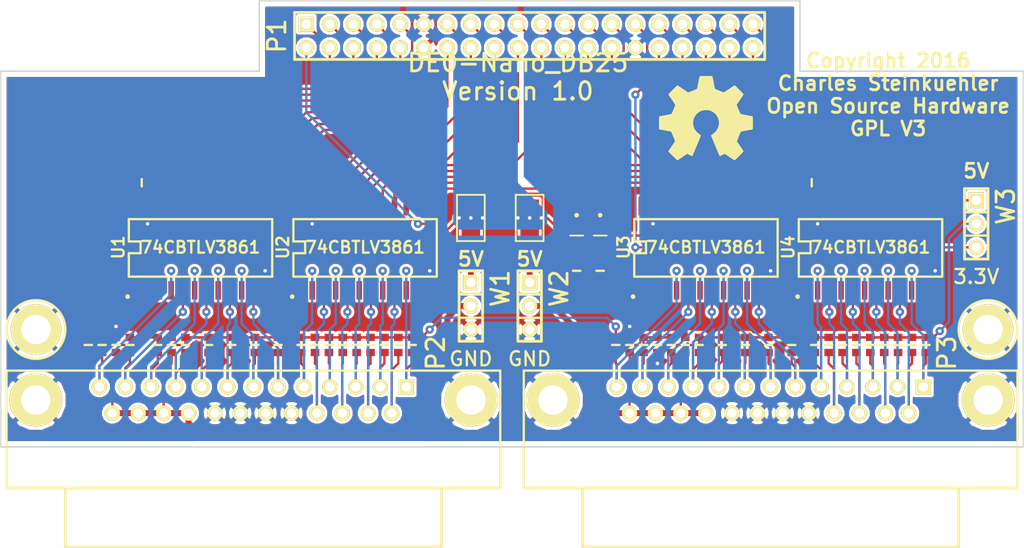
<source format=kicad_pcb>
(kicad_pcb (version 3) (host pcbnew "(2013-07-07 BZR 4022)-stable")
  (layers (15 F.Cu signal) (0 B.Cu signal) (18 B.Paste user) (19 F.Paste user) (20 B.SilkS user) (21 F.SilkS user) (22 B.Mask user) (23 F.Mask user) (28 Edge.Cuts user))
  (net 0 "")
  (net 1 +3.3V)
  (net 2 +5V)
  (net 3 /J1-0)
  (net 4 /J1-1)
  (net 5 /J1-10)
  (net 6 /J1-11)
  (net 7 /J1-12)
  (net 8 /J1-13)
  (net 9 /J1-14)
  (net 10 /J1-15)
  (net 11 /J1-16)
  (net 12 /J1-2)
  (net 13 /J1-3)
  (net 14 /J1-4)
  (net 15 /J1-5)
  (net 16 /J1-6)
  (net 17 /J1-7)
  (net 18 /J1-8)
  (net 19 /J1-9)
  (net 20 /J1-PWR)
  (net 21 /J1B0)
  (net 22 /J1B1)
  (net 23 /J1B10)
  (net 24 /J1B11)
  (net 25 /J1B12)
  (net 26 /J1B13)
  (net 27 /J1B14)
  (net 28 /J1B15)
  (net 29 /J1B16)
  (net 30 /J1B2)
  (net 31 /J1B3)
  (net 32 /J1B4)
  (net 33 /J1B5)
  (net 34 /J1B6)
  (net 35 /J1B7)
  (net 36 /J1B8)
  (net 37 /J1B9)
  (net 38 /J2-0)
  (net 39 /J2-1)
  (net 40 /J2-10)
  (net 41 /J2-11)
  (net 42 /J2-12)
  (net 43 /J2-13)
  (net 44 /J2-14)
  (net 45 /J2-15)
  (net 46 /J2-16)
  (net 47 /J2-2)
  (net 48 /J2-3)
  (net 49 /J2-4)
  (net 50 /J2-5)
  (net 51 /J2-6)
  (net 52 /J2-7)
  (net 53 /J2-8)
  (net 54 /J2-9)
  (net 55 /J2-PWR)
  (net 56 /J2B0)
  (net 57 /J2B1)
  (net 58 /J2B10)
  (net 59 /J2B11)
  (net 60 /J2B12)
  (net 61 /J2B13)
  (net 62 /J2B14)
  (net 63 /J2B15)
  (net 64 /J2B16)
  (net 65 /J2B2)
  (net 66 /J2B3)
  (net 67 /J2B4)
  (net 68 /J2B5)
  (net 69 /J2B6)
  (net 70 /J2B7)
  (net 71 /J2B8)
  (net 72 /J2B9)
  (net 73 /LED0)
  (net 74 /LED1)
  (net 75 /VPU)
  (net 76 GND)
  (net 77 N-0000010)
  (net 78 N-0000011)
  (net 79 N-000005)
  (net 80 N-000009)
  (module LOGO (layer F.Cu) (at 142.24 77.47)
    (fp_text reference G*** hide)
    (fp_text value LOGO hide)
  )
  (module SOIC127P1030X265-24N (layer F.Cu) (at 87.63 91.44)
    (fp_text reference U1 (at -8.89 0 90) (layer F.SilkS) (effects (font (size 1.27 1.27) (thickness 0.254))))
    (fp_text value 74CBTLV3861 (at 0 0) (layer F.SilkS) (effects (font (size 1.27 1.27) (thickness 0.254))))
    (pad 1 smd rect (at -6.985 4.65) (size 0.6 2) (layers F.Cu F.Paste F.Mask))
    (pad 2 smd rect (at -5.715 4.65) (size 0.6 2) (layers F.Cu F.Paste F.Mask))
    (pad 3 smd rect (at -4.445 4.65) (size 0.6 2) (layers F.Cu F.Paste F.Mask))
    (pad 4 smd rect (at -3.175 4.65) (size 0.6 2) (layers F.Cu F.Paste F.Mask) (net 11 /J1-16))
    (pad 5 smd rect (at -1.905 4.65) (size 0.6 2) (layers F.Cu F.Paste F.Mask) (net 10 /J1-15))
    (pad 6 smd rect (at -0.635 4.65) (size 0.6 2) (layers F.Cu F.Paste F.Mask) (net 9 /J1-14))
    (pad 7 smd rect (at 0.635 4.65) (size 0.6 2) (layers F.Cu F.Paste F.Mask) (net 8 /J1-13))
    (pad 8 smd rect (at 1.905 4.65) (size 0.6 2) (layers F.Cu F.Paste F.Mask) (net 7 /J1-12))
    (pad 9 smd rect (at 3.175 4.65) (size 0.6 2) (layers F.Cu F.Paste F.Mask) (net 6 /J1-11))
    (pad 10 smd rect (at 4.445 4.65) (size 0.6 2) (layers F.Cu F.Paste F.Mask) (net 5 /J1-10))
    (pad 11 smd rect (at 5.715 4.65) (size 0.6 2) (layers F.Cu F.Paste F.Mask) (net 19 /J1-9))
    (pad 12 smd rect (at 6.985 4.65) (size 0.6 2) (layers F.Cu F.Paste F.Mask) (net 76 GND))
    (pad 13 smd rect (at 6.985 -4.445) (size 0.6 2) (layers F.Cu F.Paste F.Mask) (net 37 /J1B9))
    (pad 14 smd rect (at 5.715 -4.445) (size 0.6 2) (layers F.Cu F.Paste F.Mask) (net 23 /J1B10))
    (pad 15 smd rect (at 4.445 -4.445) (size 0.6 2) (layers F.Cu F.Paste F.Mask) (net 24 /J1B11))
    (pad 16 smd rect (at 3.175 -4.445) (size 0.6 2) (layers F.Cu F.Paste F.Mask) (net 25 /J1B12))
    (pad 17 smd rect (at 1.905 -4.445) (size 0.6 2) (layers F.Cu F.Paste F.Mask) (net 26 /J1B13))
    (pad 18 smd rect (at 0.635 -4.445) (size 0.6 2) (layers F.Cu F.Paste F.Mask) (net 27 /J1B14))
    (pad 19 smd rect (at -0.635 -4.445) (size 0.6 2) (layers F.Cu F.Paste F.Mask) (net 28 /J1B15))
    (pad 20 smd rect (at -1.905 -4.445) (size 0.6 2) (layers F.Cu F.Paste F.Mask) (net 29 /J1B16))
    (pad 21 smd rect (at -3.175 -4.445) (size 0.6 2) (layers F.Cu F.Paste F.Mask))
    (pad 22 smd rect (at -4.445 -4.445) (size 0.6 2) (layers F.Cu F.Paste F.Mask))
    (pad 23 smd rect (at -5.715 -4.445) (size 0.6 2) (layers F.Cu F.Paste F.Mask) (net 76 GND))
    (pad 24 smd rect (at -6.985 -4.445) (size 0.6 2) (layers F.Cu F.Paste F.Mask) (net 2 +5V))
  )
  (module SOIC127P1030X265-24N (layer F.Cu) (at 105.41 91.44)
    (fp_text reference U2 (at -8.89 0 90) (layer F.SilkS) (effects (font (size 1.27 1.27) (thickness 0.254))))
    (fp_text value 74CBTLV3861 (at 0 0) (layer F.SilkS) (effects (font (size 1.27 1.27) (thickness 0.254))))
    (pad 1 smd rect (at -6.985 4.65) (size 0.6 2) (layers F.Cu F.Paste F.Mask))
    (pad 2 smd rect (at -5.715 4.65) (size 0.6 2) (layers F.Cu F.Paste F.Mask) (net 18 /J1-8))
    (pad 3 smd rect (at -4.445 4.65) (size 0.6 2) (layers F.Cu F.Paste F.Mask) (net 17 /J1-7))
    (pad 4 smd rect (at -3.175 4.65) (size 0.6 2) (layers F.Cu F.Paste F.Mask) (net 16 /J1-6))
    (pad 5 smd rect (at -1.905 4.65) (size 0.6 2) (layers F.Cu F.Paste F.Mask) (net 15 /J1-5))
    (pad 6 smd rect (at -0.635 4.65) (size 0.6 2) (layers F.Cu F.Paste F.Mask) (net 14 /J1-4))
    (pad 7 smd rect (at 0.635 4.65) (size 0.6 2) (layers F.Cu F.Paste F.Mask) (net 13 /J1-3))
    (pad 8 smd rect (at 1.905 4.65) (size 0.6 2) (layers F.Cu F.Paste F.Mask) (net 12 /J1-2))
    (pad 9 smd rect (at 3.175 4.65) (size 0.6 2) (layers F.Cu F.Paste F.Mask) (net 4 /J1-1))
    (pad 10 smd rect (at 4.445 4.65) (size 0.6 2) (layers F.Cu F.Paste F.Mask) (net 3 /J1-0))
    (pad 11 smd rect (at 5.715 4.65) (size 0.6 2) (layers F.Cu F.Paste F.Mask))
    (pad 12 smd rect (at 6.985 4.65) (size 0.6 2) (layers F.Cu F.Paste F.Mask) (net 76 GND))
    (pad 13 smd rect (at 6.985 -4.445) (size 0.6 2) (layers F.Cu F.Paste F.Mask))
    (pad 14 smd rect (at 5.715 -4.445) (size 0.6 2) (layers F.Cu F.Paste F.Mask) (net 21 /J1B0))
    (pad 15 smd rect (at 4.445 -4.445) (size 0.6 2) (layers F.Cu F.Paste F.Mask) (net 22 /J1B1))
    (pad 16 smd rect (at 3.175 -4.445) (size 0.6 2) (layers F.Cu F.Paste F.Mask) (net 30 /J1B2))
    (pad 17 smd rect (at 1.905 -4.445) (size 0.6 2) (layers F.Cu F.Paste F.Mask) (net 31 /J1B3))
    (pad 18 smd rect (at 0.635 -4.445) (size 0.6 2) (layers F.Cu F.Paste F.Mask) (net 32 /J1B4))
    (pad 19 smd rect (at -0.635 -4.445) (size 0.6 2) (layers F.Cu F.Paste F.Mask) (net 33 /J1B5))
    (pad 20 smd rect (at -1.905 -4.445) (size 0.6 2) (layers F.Cu F.Paste F.Mask) (net 34 /J1B6))
    (pad 21 smd rect (at -3.175 -4.445) (size 0.6 2) (layers F.Cu F.Paste F.Mask) (net 35 /J1B7))
    (pad 22 smd rect (at -4.445 -4.445) (size 0.6 2) (layers F.Cu F.Paste F.Mask) (net 36 /J1B8))
    (pad 23 smd rect (at -5.715 -4.445) (size 0.6 2) (layers F.Cu F.Paste F.Mask) (net 76 GND))
    (pad 24 smd rect (at -6.985 -4.445) (size 0.6 2) (layers F.Cu F.Paste F.Mask) (net 2 +5V))
  )
  (module SOIC127P1030X265-24N (layer F.Cu) (at 142.24 91.44)
    (fp_text reference U3 (at -8.89 0 90) (layer F.SilkS) (effects (font (size 1.27 1.27) (thickness 0.254))))
    (fp_text value 74CBTLV3861 (at 0 0) (layer F.SilkS) (effects (font (size 1.27 1.27) (thickness 0.254))))
    (pad 1 smd rect (at -6.985 4.65) (size 0.6 2) (layers F.Cu F.Paste F.Mask))
    (pad 2 smd rect (at -5.715 4.65) (size 0.6 2) (layers F.Cu F.Paste F.Mask))
    (pad 3 smd rect (at -4.445 4.65) (size 0.6 2) (layers F.Cu F.Paste F.Mask))
    (pad 4 smd rect (at -3.175 4.65) (size 0.6 2) (layers F.Cu F.Paste F.Mask) (net 46 /J2-16))
    (pad 5 smd rect (at -1.905 4.65) (size 0.6 2) (layers F.Cu F.Paste F.Mask) (net 45 /J2-15))
    (pad 6 smd rect (at -0.635 4.65) (size 0.6 2) (layers F.Cu F.Paste F.Mask) (net 44 /J2-14))
    (pad 7 smd rect (at 0.635 4.65) (size 0.6 2) (layers F.Cu F.Paste F.Mask) (net 43 /J2-13))
    (pad 8 smd rect (at 1.905 4.65) (size 0.6 2) (layers F.Cu F.Paste F.Mask) (net 42 /J2-12))
    (pad 9 smd rect (at 3.175 4.65) (size 0.6 2) (layers F.Cu F.Paste F.Mask) (net 41 /J2-11))
    (pad 10 smd rect (at 4.445 4.65) (size 0.6 2) (layers F.Cu F.Paste F.Mask) (net 40 /J2-10))
    (pad 11 smd rect (at 5.715 4.65) (size 0.6 2) (layers F.Cu F.Paste F.Mask) (net 54 /J2-9))
    (pad 12 smd rect (at 6.985 4.65) (size 0.6 2) (layers F.Cu F.Paste F.Mask) (net 76 GND))
    (pad 13 smd rect (at 6.985 -4.445) (size 0.6 2) (layers F.Cu F.Paste F.Mask) (net 72 /J2B9))
    (pad 14 smd rect (at 5.715 -4.445) (size 0.6 2) (layers F.Cu F.Paste F.Mask) (net 58 /J2B10))
    (pad 15 smd rect (at 4.445 -4.445) (size 0.6 2) (layers F.Cu F.Paste F.Mask) (net 59 /J2B11))
    (pad 16 smd rect (at 3.175 -4.445) (size 0.6 2) (layers F.Cu F.Paste F.Mask) (net 60 /J2B12))
    (pad 17 smd rect (at 1.905 -4.445) (size 0.6 2) (layers F.Cu F.Paste F.Mask) (net 61 /J2B13))
    (pad 18 smd rect (at 0.635 -4.445) (size 0.6 2) (layers F.Cu F.Paste F.Mask) (net 62 /J2B14))
    (pad 19 smd rect (at -0.635 -4.445) (size 0.6 2) (layers F.Cu F.Paste F.Mask) (net 63 /J2B15))
    (pad 20 smd rect (at -1.905 -4.445) (size 0.6 2) (layers F.Cu F.Paste F.Mask) (net 64 /J2B16))
    (pad 21 smd rect (at -3.175 -4.445) (size 0.6 2) (layers F.Cu F.Paste F.Mask))
    (pad 22 smd rect (at -4.445 -4.445) (size 0.6 2) (layers F.Cu F.Paste F.Mask))
    (pad 23 smd rect (at -5.715 -4.445) (size 0.6 2) (layers F.Cu F.Paste F.Mask) (net 76 GND))
    (pad 24 smd rect (at -6.985 -4.445) (size 0.6 2) (layers F.Cu F.Paste F.Mask) (net 2 +5V))
  )
  (module SOIC127P1030X265-24N (layer F.Cu) (at 160.02 91.44)
    (fp_text reference U4 (at -8.89 0 90) (layer F.SilkS) (effects (font (size 1.27 1.27) (thickness 0.254))))
    (fp_text value 74CBTLV3861 (at 0 0) (layer F.SilkS) (effects (font (size 1.27 1.27) (thickness 0.254))))
    (pad 1 smd rect (at -6.985 4.65) (size 0.6 2) (layers F.Cu F.Paste F.Mask))
    (pad 2 smd rect (at -5.715 4.65) (size 0.6 2) (layers F.Cu F.Paste F.Mask) (net 53 /J2-8))
    (pad 3 smd rect (at -4.445 4.65) (size 0.6 2) (layers F.Cu F.Paste F.Mask) (net 52 /J2-7))
    (pad 4 smd rect (at -3.175 4.65) (size 0.6 2) (layers F.Cu F.Paste F.Mask) (net 51 /J2-6))
    (pad 5 smd rect (at -1.905 4.65) (size 0.6 2) (layers F.Cu F.Paste F.Mask) (net 50 /J2-5))
    (pad 6 smd rect (at -0.635 4.65) (size 0.6 2) (layers F.Cu F.Paste F.Mask) (net 49 /J2-4))
    (pad 7 smd rect (at 0.635 4.65) (size 0.6 2) (layers F.Cu F.Paste F.Mask) (net 48 /J2-3))
    (pad 8 smd rect (at 1.905 4.65) (size 0.6 2) (layers F.Cu F.Paste F.Mask) (net 47 /J2-2))
    (pad 9 smd rect (at 3.175 4.65) (size 0.6 2) (layers F.Cu F.Paste F.Mask) (net 39 /J2-1))
    (pad 10 smd rect (at 4.445 4.65) (size 0.6 2) (layers F.Cu F.Paste F.Mask) (net 38 /J2-0))
    (pad 11 smd rect (at 5.715 4.65) (size 0.6 2) (layers F.Cu F.Paste F.Mask))
    (pad 12 smd rect (at 6.985 4.65) (size 0.6 2) (layers F.Cu F.Paste F.Mask) (net 76 GND))
    (pad 13 smd rect (at 6.985 -4.445) (size 0.6 2) (layers F.Cu F.Paste F.Mask))
    (pad 14 smd rect (at 5.715 -4.445) (size 0.6 2) (layers F.Cu F.Paste F.Mask) (net 56 /J2B0))
    (pad 15 smd rect (at 4.445 -4.445) (size 0.6 2) (layers F.Cu F.Paste F.Mask) (net 57 /J2B1))
    (pad 16 smd rect (at 3.175 -4.445) (size 0.6 2) (layers F.Cu F.Paste F.Mask) (net 65 /J2B2))
    (pad 17 smd rect (at 1.905 -4.445) (size 0.6 2) (layers F.Cu F.Paste F.Mask) (net 66 /J2B3))
    (pad 18 smd rect (at 0.635 -4.445) (size 0.6 2) (layers F.Cu F.Paste F.Mask) (net 67 /J2B4))
    (pad 19 smd rect (at -0.635 -4.445) (size 0.6 2) (layers F.Cu F.Paste F.Mask) (net 68 /J2B5))
    (pad 20 smd rect (at -1.905 -4.445) (size 0.6 2) (layers F.Cu F.Paste F.Mask) (net 69 /J2B6))
    (pad 21 smd rect (at -3.175 -4.445) (size 0.6 2) (layers F.Cu F.Paste F.Mask) (net 70 /J2B7))
    (pad 22 smd rect (at -4.445 -4.445) (size 0.6 2) (layers F.Cu F.Paste F.Mask) (net 71 /J2B8))
    (pad 23 smd rect (at -5.715 -4.445) (size 0.6 2) (layers F.Cu F.Paste F.Mask) (net 76 GND))
    (pad 24 smd rect (at -6.985 -4.445) (size 0.6 2) (layers F.Cu F.Paste F.Mask) (net 2 +5V))
  )
  (module Shunt (layer F.Cu) (at 116.84 96.52 90)
    (fp_text reference S1 hide)
    (fp_text value SHUNT hide)
  )
  (module Shunt (layer F.Cu) (at 123.19 96.52 90)
    (fp_text reference S2 hide)
    (fp_text value SHUNT hide)
  )
  (module Shunt (layer F.Cu) (at 171.45 87.63 90)
    (fp_text reference S3 hide)
    (fp_text value SHUNT hide)
  )
  (module pin_strip_3 (layer F.Cu) (at 116.84 97.79 270)
    (fp_text reference W1 (at -1.905 -3.175 270) (layer F.SilkS) (effects (font (size 1.905 1.905) (thickness 0.3048))))
    (fp_text value HEADER_3 hide)
    (pad 1 thru_hole rect (at -2.54 0 270) (size 1.6764 1.651) (drill 1.016) (layers *.Cu *.Mask F.SilkS) (net 20 /J1-PWR))
    (pad 2 thru_hole circle (at 0 0 270) (size 1.651 1.651) (drill 1.016) (layers *.Cu *.Mask F.SilkS) (net 78 N-0000011))
    (pad 3 thru_hole circle (at 2.54 0 270) (size 1.651 1.651) (drill 1.016) (layers *.Cu *.Mask F.SilkS) (net 76 GND))
  )
  (module pin_strip_3 (layer F.Cu) (at 123.19 97.79 270)
    (fp_text reference W2 (at -1.905 -3.175 270) (layer F.SilkS) (effects (font (size 1.905 1.905) (thickness 0.3048))))
    (fp_text value HEADER_3 hide)
    (pad 1 thru_hole rect (at -2.54 0 270) (size 1.6764 1.651) (drill 1.016) (layers *.Cu *.Mask F.SilkS) (net 55 /J2-PWR))
    (pad 2 thru_hole circle (at 0 0 270) (size 1.651 1.651) (drill 1.016) (layers *.Cu *.Mask F.SilkS) (net 79 N-000005))
    (pad 3 thru_hole circle (at 2.54 0 270) (size 1.651 1.651) (drill 1.016) (layers *.Cu *.Mask F.SilkS) (net 76 GND))
  )
  (module pin_strip_3 (layer F.Cu) (at 171.45 88.9 270)
    (fp_text reference W3 (at -1.905 -3.175 270) (layer F.SilkS) (effects (font (size 1.905 1.905) (thickness 0.3048))))
    (fp_text value HEADER_3 hide)
    (pad 1 thru_hole rect (at -2.54 0 270) (size 1.6764 1.651) (drill 1.016) (layers *.Cu *.Mask F.SilkS) (net 2 +5V))
    (pad 2 thru_hole circle (at 0 0 270) (size 1.651 1.651) (drill 1.016) (layers *.Cu *.Mask F.SilkS) (net 75 /VPU))
    (pad 3 thru_hole circle (at 2.54 0 270) (size 1.651 1.651) (drill 1.016) (layers *.Cu *.Mask F.SilkS) (net 1 +3.3V))
  )
  (module MTH_4-40 (layer F.Cu) (at 69.85 100.33)
    (fp_text reference M1 hide)
    (fp_text value 4-40 hide)
    (pad 1 thru_hole circle (at 0 0) (size 5.461 5.461) (drill 3.175) (layers *.Cu *.Mask F.SilkS) (net 76 GND))
  )
  (module MTH_4-40 (layer F.Cu) (at 172.72 100.33)
    (fp_text reference M2 hide)
    (fp_text value 4-40 hide)
    (pad 1 thru_hole circle (at 0 0) (size 5.461 5.461) (drill 3.175) (layers *.Cu *.Mask F.SilkS) (net 76 GND))
  )
  (module BOURNS-MF-NSMF (layer F.Cu) (at 123.19 88.265 90)
    (fp_text reference PTC2 hide)
    (fp_text value 2A hide)
    (pad 1 smd rect (at -1.5 0 90) (size 1 2) (layers F.Cu F.Paste F.Mask) (net 55 /J2-PWR))
    (pad 2 smd rect (at 1.5 0 90) (size 1 2) (layers F.Cu F.Paste F.Mask) (net 2 +5V))
  )
  (module BOURNS-MF-NSMF (layer F.Cu) (at 116.84 88.265 90)
    (fp_text reference PTC1 hide)
    (fp_text value 2A hide)
    (pad 1 smd rect (at -1.5 0 90) (size 1 2) (layers F.Cu F.Paste F.Mask) (net 20 /J1-PWR))
    (pad 2 smd rect (at 1.5 0 90) (size 1 2) (layers F.Cu F.Paste F.Mask) (net 2 +5V))
  )
  (module Pin_Socket_20x2 (layer F.Cu) (at 123.19 68.58)
    (fp_text reference P1 (at -27.305 0 90) (layer F.SilkS) (effects (font (size 1.905 1.905) (thickness 0.3048))))
    (fp_text value CONN_20X2 hide)
    (pad 1 thru_hole rect (at -24.13 -1.27) (size 1.651 1.651) (drill 1.016) (layers *.Cu *.Mask F.SilkS) (net 29 /J1B16))
    (pad 2 thru_hole circle (at -24.13 1.27) (size 1.651 1.651) (drill 1.016) (layers *.Cu *.Mask F.SilkS) (net 73 /LED0))
    (pad 3 thru_hole circle (at -21.59 -1.27) (size 1.651 1.651) (drill 1.016) (layers *.Cu *.Mask F.SilkS) (net 27 /J1B14))
    (pad 4 thru_hole circle (at -21.59 1.27) (size 1.651 1.651) (drill 1.016) (layers *.Cu *.Mask F.SilkS) (net 28 /J1B15))
    (pad 5 thru_hole circle (at -19.05 -1.27) (size 1.651 1.651) (drill 1.016) (layers *.Cu *.Mask F.SilkS) (net 25 /J1B12))
    (pad 6 thru_hole circle (at -19.05 1.27) (size 1.651 1.651) (drill 1.016) (layers *.Cu *.Mask F.SilkS) (net 26 /J1B13))
    (pad 7 thru_hole circle (at -16.51 -1.27) (size 1.651 1.651) (drill 1.016) (layers *.Cu *.Mask F.SilkS) (net 23 /J1B10))
    (pad 8 thru_hole circle (at -16.51 1.27) (size 1.651 1.651) (drill 1.016) (layers *.Cu *.Mask F.SilkS) (net 24 /J1B11))
    (pad 9 thru_hole circle (at -13.97 -1.27) (size 1.651 1.651) (drill 1.016) (layers *.Cu *.Mask F.SilkS) (net 36 /J1B8))
    (pad 10 thru_hole circle (at -13.97 1.27) (size 1.651 1.651) (drill 1.016) (layers *.Cu *.Mask F.SilkS) (net 37 /J1B9))
    (pad 11 thru_hole circle (at -11.43 -1.27) (size 1.651 1.651) (drill 1.016) (layers *.Cu *.Mask F.SilkS) (net 2 +5V))
    (pad 12 thru_hole circle (at -11.43 1.27) (size 1.651 1.651) (drill 1.016) (layers *.Cu *.Mask F.SilkS) (net 76 GND))
    (pad 13 thru_hole circle (at -8.89 -1.27) (size 1.651 1.651) (drill 1.016) (layers *.Cu *.Mask F.SilkS) (net 34 /J1B6))
    (pad 14 thru_hole circle (at -8.89 1.27) (size 1.651 1.651) (drill 1.016) (layers *.Cu *.Mask F.SilkS) (net 35 /J1B7))
    (pad 15 thru_hole circle (at -6.35 -1.27) (size 1.651 1.651) (drill 1.016) (layers *.Cu *.Mask F.SilkS) (net 32 /J1B4))
    (pad 16 thru_hole circle (at -6.35 1.27) (size 1.651 1.651) (drill 1.016) (layers *.Cu *.Mask F.SilkS) (net 33 /J1B5))
    (pad 17 thru_hole circle (at -3.81 -1.27) (size 1.651 1.651) (drill 1.016) (layers *.Cu *.Mask F.SilkS) (net 30 /J1B2))
    (pad 18 thru_hole circle (at -3.81 1.27) (size 1.651 1.651) (drill 1.016) (layers *.Cu *.Mask F.SilkS) (net 31 /J1B3))
    (pad 19 thru_hole circle (at -1.27 -1.27) (size 1.651 1.651) (drill 1.016) (layers *.Cu *.Mask F.SilkS) (net 21 /J1B0))
    (pad 20 thru_hole circle (at -1.27 1.27) (size 1.651 1.651) (drill 1.016) (layers *.Cu *.Mask F.SilkS) (net 22 /J1B1))
    (pad 21 thru_hole circle (at 1.27 -1.27) (size 1.651 1.651) (drill 1.016) (layers *.Cu *.Mask F.SilkS) (net 64 /J2B16))
    (pad 22 thru_hole circle (at 1.27 1.27) (size 1.651 1.651) (drill 1.016) (layers *.Cu *.Mask F.SilkS) (net 74 /LED1))
    (pad 23 thru_hole circle (at 3.81 -1.27) (size 1.651 1.651) (drill 1.016) (layers *.Cu *.Mask F.SilkS) (net 62 /J2B14))
    (pad 24 thru_hole circle (at 3.81 1.27) (size 1.651 1.651) (drill 1.016) (layers *.Cu *.Mask F.SilkS) (net 63 /J2B15))
    (pad 25 thru_hole circle (at 6.35 -1.27) (size 1.651 1.651) (drill 1.016) (layers *.Cu *.Mask F.SilkS) (net 60 /J2B12))
    (pad 26 thru_hole circle (at 6.35 1.27) (size 1.651 1.651) (drill 1.016) (layers *.Cu *.Mask F.SilkS) (net 61 /J2B13))
    (pad 27 thru_hole circle (at 8.89 -1.27) (size 1.651 1.651) (drill 1.016) (layers *.Cu *.Mask F.SilkS) (net 58 /J2B10))
    (pad 28 thru_hole circle (at 8.89 1.27) (size 1.651 1.651) (drill 1.016) (layers *.Cu *.Mask F.SilkS) (net 59 /J2B11))
    (pad 29 thru_hole circle (at 11.43 -1.27) (size 1.651 1.651) (drill 1.016) (layers *.Cu *.Mask F.SilkS) (net 1 +3.3V))
    (pad 30 thru_hole circle (at 11.43 1.27) (size 1.651 1.651) (drill 1.016) (layers *.Cu *.Mask F.SilkS) (net 76 GND))
    (pad 31 thru_hole circle (at 13.97 -1.27) (size 1.651 1.651) (drill 1.016) (layers *.Cu *.Mask F.SilkS) (net 71 /J2B8))
    (pad 32 thru_hole circle (at 13.97 1.27) (size 1.651 1.651) (drill 1.016) (layers *.Cu *.Mask F.SilkS) (net 72 /J2B9))
    (pad 33 thru_hole circle (at 16.51 -1.27) (size 1.651 1.651) (drill 1.016) (layers *.Cu *.Mask F.SilkS) (net 69 /J2B6))
    (pad 34 thru_hole circle (at 16.51 1.27) (size 1.651 1.651) (drill 1.016) (layers *.Cu *.Mask F.SilkS) (net 70 /J2B7))
    (pad 35 thru_hole circle (at 19.05 -1.27) (size 1.651 1.651) (drill 1.016) (layers *.Cu *.Mask F.SilkS) (net 67 /J2B4))
    (pad 36 thru_hole circle (at 19.05 1.27) (size 1.651 1.651) (drill 1.016) (layers *.Cu *.Mask F.SilkS) (net 68 /J2B5))
    (pad 37 thru_hole circle (at 21.59 -1.27) (size 1.651 1.651) (drill 1.016) (layers *.Cu *.Mask F.SilkS) (net 65 /J2B2))
    (pad 38 thru_hole circle (at 21.59 1.27) (size 1.651 1.651) (drill 1.016) (layers *.Cu *.Mask F.SilkS) (net 66 /J2B3))
    (pad 39 thru_hole circle (at 24.13 -1.27) (size 1.651 1.651) (drill 1.016) (layers *.Cu *.Mask F.SilkS) (net 56 /J2B0))
    (pad 40 thru_hole circle (at 24.13 1.27) (size 1.651 1.651) (drill 1.016) (layers *.Cu *.Mask F.SilkS) (net 57 /J2B1))
  )
  (module OSRAM-LED-0805 (layer F.Cu) (at 128.27 90.17 270)
    (fp_text reference LED1 hide)
    (fp_text value Yellow hide)
    (pad K smd rect (at -1.05 0 270) (size 1.2 1.2) (layers F.Cu F.Paste F.Mask) (net 73 /LED0))
    (pad A smd rect (at 1.05 0 270) (size 1.2 1.2) (layers F.Cu F.Paste F.Mask) (net 80 N-000009))
  )
  (module OSRAM-LED-0805 (layer F.Cu) (at 130.81 90.17 270)
    (fp_text reference LED2 hide)
    (fp_text value Yellow hide)
    (pad K smd rect (at -1.05 0 270) (size 1.2 1.2) (layers F.Cu F.Paste F.Mask) (net 74 /LED1))
    (pad A smd rect (at 1.05 0 270) (size 1.2 1.2) (layers F.Cu F.Paste F.Mask) (net 77 N-0000010))
  )
  (module AMP-5747846 (layer F.Cu) (at 93.345 107.95 180)
    (fp_text reference P2 (at -19.685 5.08 270) (layer F.SilkS) (effects (font (size 1.905 1.905) (thickness 0.3048))))
    (fp_text value DB25 hide)
    (pad "" thru_hole circle (at 23.5204 0 180) (size 5.715 5.715) (drill 3.175) (layers *.Cu *.Mask F.SilkS) (net 76 GND))
    (pad "" thru_hole circle (at -23.5204 0 180) (size 5.715 5.715) (drill 3.175) (layers *.Cu *.Mask F.SilkS) (net 76 GND))
    (pad 1 thru_hole rect (at -16.51 1.4224 180) (size 1.651 1.651) (drill 1.016) (layers *.Cu *.Mask F.SilkS) (net 3 /J1-0))
    (pad 2 thru_hole circle (at -13.716 1.4224 180) (size 1.651 1.651) (drill 1.016) (layers *.Cu *.Mask F.SilkS) (net 12 /J1-2))
    (pad 3 thru_hole circle (at -11.049 1.4224 180) (size 1.651 1.651) (drill 1.016) (layers *.Cu *.Mask F.SilkS) (net 14 /J1-4))
    (pad 4 thru_hole circle (at -8.255 1.4224 180) (size 1.651 1.651) (drill 1.016) (layers *.Cu *.Mask F.SilkS) (net 16 /J1-6))
    (pad 5 thru_hole circle (at -5.461 1.4224 180) (size 1.651 1.651) (drill 1.016) (layers *.Cu *.Mask F.SilkS) (net 18 /J1-8))
    (pad 6 thru_hole circle (at -2.667 1.4224 180) (size 1.651 1.651) (drill 1.016) (layers *.Cu *.Mask F.SilkS) (net 19 /J1-9))
    (pad 7 thru_hole circle (at 0 1.4224 180) (size 1.651 1.651) (drill 1.016) (layers *.Cu *.Mask F.SilkS) (net 5 /J1-10))
    (pad 8 thru_hole circle (at 2.794 1.4224 180) (size 1.651 1.651) (drill 1.016) (layers *.Cu *.Mask F.SilkS) (net 6 /J1-11))
    (pad 9 thru_hole circle (at 5.588 1.4224 180) (size 1.651 1.651) (drill 1.016) (layers *.Cu *.Mask F.SilkS) (net 7 /J1-12))
    (pad 10 thru_hole circle (at 8.382 1.4224 180) (size 1.651 1.651) (drill 1.016) (layers *.Cu *.Mask F.SilkS) (net 8 /J1-13))
    (pad 11 thru_hole circle (at 11.049 1.4224 180) (size 1.651 1.651) (drill 1.016) (layers *.Cu *.Mask F.SilkS) (net 9 /J1-14))
    (pad 12 thru_hole circle (at 13.843 1.4224 180) (size 1.651 1.651) (drill 1.016) (layers *.Cu *.Mask F.SilkS) (net 10 /J1-15))
    (pad 13 thru_hole circle (at 16.637 1.4224 180) (size 1.651 1.651) (drill 1.016) (layers *.Cu *.Mask F.SilkS) (net 11 /J1-16))
    (pad 14 thru_hole circle (at -14.9352 -1.4224 180) (size 1.651 1.651) (drill 1.016) (layers *.Cu *.Mask F.SilkS) (net 4 /J1-1))
    (pad 15 thru_hole circle (at -12.3952 -1.4224 180) (size 1.651 1.651) (drill 1.016) (layers *.Cu *.Mask F.SilkS) (net 13 /J1-3))
    (pad 16 thru_hole circle (at -9.6012 -1.4224 180) (size 1.651 1.651) (drill 1.016) (layers *.Cu *.Mask F.SilkS) (net 15 /J1-5))
    (pad 17 thru_hole circle (at -6.858 -1.4224 180) (size 1.651 1.651) (drill 1.016) (layers *.Cu *.Mask F.SilkS) (net 17 /J1-7))
    (pad 18 thru_hole circle (at -4.1148 -1.4224 180) (size 1.651 1.651) (drill 1.016) (layers *.Cu *.Mask F.SilkS) (net 76 GND))
    (pad 19 thru_hole circle (at -1.3208 -1.4224 180) (size 1.651 1.651) (drill 1.016) (layers *.Cu *.Mask F.SilkS) (net 76 GND))
    (pad 20 thru_hole circle (at 1.4224 -1.4224 180) (size 1.651 1.651) (drill 1.016) (layers *.Cu *.Mask F.SilkS) (net 76 GND))
    (pad 21 thru_hole circle (at 4.1656 -1.4224 180) (size 1.651 1.651) (drill 1.016) (layers *.Cu *.Mask F.SilkS) (net 76 GND))
    (pad 22 thru_hole circle (at 7.0104 -1.4224 180) (size 1.651 1.651) (drill 1.016) (layers *.Cu *.Mask F.SilkS) (net 78 N-0000011))
    (pad 23 thru_hole circle (at 9.7028 -1.4224 180) (size 1.651 1.651) (drill 1.016) (layers *.Cu *.Mask F.SilkS) (net 78 N-0000011))
    (pad 24 thru_hole circle (at 12.446 -1.4224 180) (size 1.651 1.651) (drill 1.016) (layers *.Cu *.Mask F.SilkS) (net 78 N-0000011))
    (pad 25 thru_hole circle (at 15.24 -1.4224 180) (size 1.651 1.651) (drill 1.016) (layers *.Cu *.Mask F.SilkS) (net 78 N-0000011))
  )
  (module AMP-5747846 (layer F.Cu) (at 149.225 107.95 180)
    (fp_text reference P3 (at -19.05 5.08 270) (layer F.SilkS) (effects (font (size 1.905 1.905) (thickness 0.3048))))
    (fp_text value DB25 hide)
    (pad "" thru_hole circle (at 23.5204 0 180) (size 5.715 5.715) (drill 3.175) (layers *.Cu *.Mask F.SilkS) (net 76 GND))
    (pad "" thru_hole circle (at -23.5204 0 180) (size 5.715 5.715) (drill 3.175) (layers *.Cu *.Mask F.SilkS) (net 76 GND))
    (pad 1 thru_hole rect (at -16.51 1.4224 180) (size 1.651 1.651) (drill 1.016) (layers *.Cu *.Mask F.SilkS) (net 38 /J2-0))
    (pad 2 thru_hole circle (at -13.716 1.4224 180) (size 1.651 1.651) (drill 1.016) (layers *.Cu *.Mask F.SilkS) (net 47 /J2-2))
    (pad 3 thru_hole circle (at -11.049 1.4224 180) (size 1.651 1.651) (drill 1.016) (layers *.Cu *.Mask F.SilkS) (net 49 /J2-4))
    (pad 4 thru_hole circle (at -8.255 1.4224 180) (size 1.651 1.651) (drill 1.016) (layers *.Cu *.Mask F.SilkS) (net 51 /J2-6))
    (pad 5 thru_hole circle (at -5.461 1.4224 180) (size 1.651 1.651) (drill 1.016) (layers *.Cu *.Mask F.SilkS) (net 53 /J2-8))
    (pad 6 thru_hole circle (at -2.667 1.4224 180) (size 1.651 1.651) (drill 1.016) (layers *.Cu *.Mask F.SilkS) (net 54 /J2-9))
    (pad 7 thru_hole circle (at 0 1.4224 180) (size 1.651 1.651) (drill 1.016) (layers *.Cu *.Mask F.SilkS) (net 40 /J2-10))
    (pad 8 thru_hole circle (at 2.794 1.4224 180) (size 1.651 1.651) (drill 1.016) (layers *.Cu *.Mask F.SilkS) (net 41 /J2-11))
    (pad 9 thru_hole circle (at 5.588 1.4224 180) (size 1.651 1.651) (drill 1.016) (layers *.Cu *.Mask F.SilkS) (net 42 /J2-12))
    (pad 10 thru_hole circle (at 8.382 1.4224 180) (size 1.651 1.651) (drill 1.016) (layers *.Cu *.Mask F.SilkS) (net 43 /J2-13))
    (pad 11 thru_hole circle (at 11.049 1.4224 180) (size 1.651 1.651) (drill 1.016) (layers *.Cu *.Mask F.SilkS) (net 44 /J2-14))
    (pad 12 thru_hole circle (at 13.843 1.4224 180) (size 1.651 1.651) (drill 1.016) (layers *.Cu *.Mask F.SilkS) (net 45 /J2-15))
    (pad 13 thru_hole circle (at 16.637 1.4224 180) (size 1.651 1.651) (drill 1.016) (layers *.Cu *.Mask F.SilkS) (net 46 /J2-16))
    (pad 14 thru_hole circle (at -14.9352 -1.4224 180) (size 1.651 1.651) (drill 1.016) (layers *.Cu *.Mask F.SilkS) (net 39 /J2-1))
    (pad 15 thru_hole circle (at -12.3952 -1.4224 180) (size 1.651 1.651) (drill 1.016) (layers *.Cu *.Mask F.SilkS) (net 48 /J2-3))
    (pad 16 thru_hole circle (at -9.6012 -1.4224 180) (size 1.651 1.651) (drill 1.016) (layers *.Cu *.Mask F.SilkS) (net 50 /J2-5))
    (pad 17 thru_hole circle (at -6.858 -1.4224 180) (size 1.651 1.651) (drill 1.016) (layers *.Cu *.Mask F.SilkS) (net 52 /J2-7))
    (pad 18 thru_hole circle (at -4.1148 -1.4224 180) (size 1.651 1.651) (drill 1.016) (layers *.Cu *.Mask F.SilkS) (net 76 GND))
    (pad 19 thru_hole circle (at -1.3208 -1.4224 180) (size 1.651 1.651) (drill 1.016) (layers *.Cu *.Mask F.SilkS) (net 76 GND))
    (pad 20 thru_hole circle (at 1.4224 -1.4224 180) (size 1.651 1.651) (drill 1.016) (layers *.Cu *.Mask F.SilkS) (net 76 GND))
    (pad 21 thru_hole circle (at 4.1656 -1.4224 180) (size 1.651 1.651) (drill 1.016) (layers *.Cu *.Mask F.SilkS) (net 76 GND))
    (pad 22 thru_hole circle (at 7.0104 -1.4224 180) (size 1.651 1.651) (drill 1.016) (layers *.Cu *.Mask F.SilkS) (net 79 N-000005))
    (pad 23 thru_hole circle (at 9.7028 -1.4224 180) (size 1.651 1.651) (drill 1.016) (layers *.Cu *.Mask F.SilkS) (net 79 N-000005))
    (pad 24 thru_hole circle (at 12.446 -1.4224 180) (size 1.651 1.651) (drill 1.016) (layers *.Cu *.Mask F.SilkS) (net 79 N-000005))
    (pad 25 thru_hole circle (at 15.24 -1.4224 180) (size 1.651 1.651) (drill 1.016) (layers *.Cu *.Mask F.SilkS) (net 79 N-000005))
  )
  (module RESC1608x55N (layer F.Cu) (at 141.5 102 270)
    (fp_text reference R31 hide)
    (fp_text value 3.3k hide)
    (pad 1 smd rect (at -0.82 0 270) (size 0.79 0.93) (layers F.Cu F.Paste F.Mask) (net 75 /VPU))
    (pad 2 smd rect (at 0.82 0 270) (size 0.79 0.93) (layers F.Cu F.Paste F.Mask) (net 43 /J2-13))
  )
  (module RESC1608x55N (layer F.Cu) (at 144 102 270)
    (fp_text reference R30 hide)
    (fp_text value 3.3k hide)
    (pad 1 smd rect (at -0.82 0 270) (size 0.79 0.93) (layers F.Cu F.Paste F.Mask) (net 75 /VPU))
    (pad 2 smd rect (at 0.82 0 270) (size 0.79 0.93) (layers F.Cu F.Paste F.Mask) (net 42 /J2-12))
  )
  (module RESC1608x55N (layer F.Cu) (at 149 102 270)
    (fp_text reference R28 hide)
    (fp_text value 3.3k hide)
    (pad 1 smd rect (at -0.82 0 270) (size 0.79 0.93) (layers F.Cu F.Paste F.Mask) (net 75 /VPU))
    (pad 2 smd rect (at 0.82 0 270) (size 0.79 0.93) (layers F.Cu F.Paste F.Mask) (net 40 /J2-10))
  )
  (module RESC1608x55N (layer F.Cu) (at 151.5 102 270)
    (fp_text reference R27 hide)
    (fp_text value 3.3k hide)
    (pad 1 smd rect (at -0.82 0 270) (size 0.79 0.93) (layers F.Cu F.Paste F.Mask) (net 75 /VPU))
    (pad 2 smd rect (at 0.82 0 270) (size 0.79 0.93) (layers F.Cu F.Paste F.Mask) (net 54 /J2-9))
  )
  (module RESC1608x55N (layer F.Cu) (at 154 102 270)
    (fp_text reference R26 hide)
    (fp_text value 3.3k hide)
    (pad 1 smd rect (at -0.82 0 270) (size 0.79 0.93) (layers F.Cu F.Paste F.Mask) (net 75 /VPU))
    (pad 2 smd rect (at 0.82 0 270) (size 0.79 0.93) (layers F.Cu F.Paste F.Mask) (net 53 /J2-8))
  )
  (module RESC1608x55N (layer F.Cu) (at 155.5 102 270)
    (fp_text reference R25 hide)
    (fp_text value 3.3k hide)
    (pad 1 smd rect (at -0.82 0 270) (size 0.79 0.93) (layers F.Cu F.Paste F.Mask) (net 75 /VPU))
    (pad 2 smd rect (at 0.82 0 270) (size 0.79 0.93) (layers F.Cu F.Paste F.Mask) (net 52 /J2-7))
  )
  (module RESC1608x55N (layer F.Cu) (at 157 102 270)
    (fp_text reference R24 hide)
    (fp_text value 3.3k hide)
    (pad 1 smd rect (at -0.82 0 270) (size 0.79 0.93) (layers F.Cu F.Paste F.Mask) (net 75 /VPU))
    (pad 2 smd rect (at 0.82 0 270) (size 0.79 0.93) (layers F.Cu F.Paste F.Mask) (net 51 /J2-6))
  )
  (module RESC1608x55N (layer F.Cu) (at 158.5 102 270)
    (fp_text reference R23 hide)
    (fp_text value 3.3k hide)
    (pad 1 smd rect (at -0.82 0 270) (size 0.79 0.93) (layers F.Cu F.Paste F.Mask) (net 75 /VPU))
    (pad 2 smd rect (at 0.82 0 270) (size 0.79 0.93) (layers F.Cu F.Paste F.Mask) (net 50 /J2-5))
  )
  (module RESC1608x55N (layer F.Cu) (at 160 102 270)
    (fp_text reference R22 hide)
    (fp_text value 3.3k hide)
    (pad 1 smd rect (at -0.82 0 270) (size 0.79 0.93) (layers F.Cu F.Paste F.Mask) (net 75 /VPU))
    (pad 2 smd rect (at 0.82 0 270) (size 0.79 0.93) (layers F.Cu F.Paste F.Mask) (net 49 /J2-4))
  )
  (module RESC1608x55N (layer F.Cu) (at 161.5 102 270)
    (fp_text reference R21 hide)
    (fp_text value 3.3k hide)
    (pad 1 smd rect (at -0.82 0 270) (size 0.79 0.93) (layers F.Cu F.Paste F.Mask) (net 75 /VPU))
    (pad 2 smd rect (at 0.82 0 270) (size 0.79 0.93) (layers F.Cu F.Paste F.Mask) (net 48 /J2-3))
  )
  (module RESC1608x55N (layer F.Cu) (at 163 102 270)
    (fp_text reference R20 hide)
    (fp_text value 3.3k hide)
    (pad 1 smd rect (at -0.82 0 270) (size 0.79 0.93) (layers F.Cu F.Paste F.Mask) (net 75 /VPU))
    (pad 2 smd rect (at 0.82 0 270) (size 0.79 0.93) (layers F.Cu F.Paste F.Mask) (net 47 /J2-2))
  )
  (module RESC1608x55N (layer F.Cu) (at 164.5 102 270)
    (fp_text reference R19 hide)
    (fp_text value 3.3k hide)
    (pad 1 smd rect (at -0.82 0 270) (size 0.79 0.93) (layers F.Cu F.Paste F.Mask) (net 75 /VPU))
    (pad 2 smd rect (at 0.82 0 270) (size 0.79 0.93) (layers F.Cu F.Paste F.Mask) (net 39 /J2-1))
  )
  (module RESC1608x55N (layer F.Cu) (at 166 102 270)
    (fp_text reference R18 hide)
    (fp_text value 3.3k hide)
    (pad 1 smd rect (at -0.82 0 270) (size 0.79 0.93) (layers F.Cu F.Paste F.Mask) (net 75 /VPU))
    (pad 2 smd rect (at 0.82 0 270) (size 0.79 0.93) (layers F.Cu F.Paste F.Mask) (net 38 /J2-0))
  )
  (module RESC1608x55N (layer F.Cu) (at 130.81 93.98 90)
    (fp_text reference R36 hide)
    (fp_text value 240R hide)
    (pad 1 smd rect (at -0.82 0 90) (size 0.79 0.93) (layers F.Cu F.Paste F.Mask) (net 1 +3.3V))
    (pad 2 smd rect (at 0.82 0 90) (size 0.79 0.93) (layers F.Cu F.Paste F.Mask) (net 77 N-0000010))
  )
  (module RESC1608x55N (layer F.Cu) (at 80 102 270)
    (fp_text reference R16 hide)
    (fp_text value 3.3k hide)
    (pad 1 smd rect (at -0.82 0 270) (size 0.79 0.93) (layers F.Cu F.Paste F.Mask) (net 75 /VPU))
    (pad 2 smd rect (at 0.82 0 270) (size 0.79 0.93) (layers F.Cu F.Paste F.Mask) (net 10 /J1-15))
  )
  (module RESC1608x55N (layer F.Cu) (at 77 102 270)
    (fp_text reference R17 hide)
    (fp_text value 3.3k hide)
    (pad 1 smd rect (at -0.82 0 270) (size 0.79 0.93) (layers F.Cu F.Paste F.Mask) (net 75 /VPU))
    (pad 2 smd rect (at 0.82 0 270) (size 0.79 0.93) (layers F.Cu F.Paste F.Mask) (net 11 /J1-16))
  )
  (module RESC1608x55N (layer F.Cu) (at 138.5 102 270)
    (fp_text reference R32 hide)
    (fp_text value 3.3k hide)
    (pad 1 smd rect (at -0.82 0 270) (size 0.79 0.93) (layers F.Cu F.Paste F.Mask) (net 75 /VPU))
    (pad 2 smd rect (at 0.82 0 270) (size 0.79 0.93) (layers F.Cu F.Paste F.Mask) (net 44 /J2-14))
  )
  (module RESC1608x55N (layer F.Cu) (at 83 102 270)
    (fp_text reference R15 hide)
    (fp_text value 3.3k hide)
    (pad 1 smd rect (at -0.82 0 270) (size 0.79 0.93) (layers F.Cu F.Paste F.Mask) (net 75 /VPU))
    (pad 2 smd rect (at 0.82 0 270) (size 0.79 0.93) (layers F.Cu F.Paste F.Mask) (net 9 /J1-14))
  )
  (module RESC1608x55N (layer F.Cu) (at 86 102 270)
    (fp_text reference R14 hide)
    (fp_text value 3.3k hide)
    (pad 1 smd rect (at -0.82 0 270) (size 0.79 0.93) (layers F.Cu F.Paste F.Mask) (net 75 /VPU))
    (pad 2 smd rect (at 0.82 0 270) (size 0.79 0.93) (layers F.Cu F.Paste F.Mask) (net 8 /J1-13))
  )
  (module RESC1608x55N (layer F.Cu) (at 88.5 102 270)
    (fp_text reference R13 hide)
    (fp_text value 3.3k hide)
    (pad 1 smd rect (at -0.82 0 270) (size 0.79 0.93) (layers F.Cu F.Paste F.Mask) (net 75 /VPU))
    (pad 2 smd rect (at 0.82 0 270) (size 0.79 0.93) (layers F.Cu F.Paste F.Mask) (net 7 /J1-12))
  )
  (module RESC1608x55N (layer F.Cu) (at 91 102 270)
    (fp_text reference R12 hide)
    (fp_text value 3.3k hide)
    (pad 1 smd rect (at -0.82 0 270) (size 0.79 0.93) (layers F.Cu F.Paste F.Mask) (net 75 /VPU))
    (pad 2 smd rect (at 0.82 0 270) (size 0.79 0.93) (layers F.Cu F.Paste F.Mask) (net 6 /J1-11))
  )
  (module RESC1608x55N (layer F.Cu) (at 93.5 102 270)
    (fp_text reference R11 hide)
    (fp_text value 3.3k hide)
    (pad 1 smd rect (at -0.82 0 270) (size 0.79 0.93) (layers F.Cu F.Paste F.Mask) (net 75 /VPU))
    (pad 2 smd rect (at 0.82 0 270) (size 0.79 0.93) (layers F.Cu F.Paste F.Mask) (net 5 /J1-10))
  )
  (module RESC1608x55N (layer F.Cu) (at 146.5 102 270)
    (fp_text reference R29 hide)
    (fp_text value 3.3k hide)
    (pad 1 smd rect (at -0.82 0 270) (size 0.79 0.93) (layers F.Cu F.Paste F.Mask) (net 75 /VPU))
    (pad 2 smd rect (at 0.82 0 270) (size 0.79 0.93) (layers F.Cu F.Paste F.Mask) (net 41 /J2-11))
  )
  (module RESC1608x55N (layer F.Cu) (at 98.5 102 270)
    (fp_text reference R9 hide)
    (fp_text value 3.3k hide)
    (pad 1 smd rect (at -0.82 0 270) (size 0.79 0.93) (layers F.Cu F.Paste F.Mask) (net 75 /VPU))
    (pad 2 smd rect (at 0.82 0 270) (size 0.79 0.93) (layers F.Cu F.Paste F.Mask) (net 18 /J1-8))
  )
  (module RESC1608x55N (layer F.Cu) (at 100 102 270)
    (fp_text reference R8 hide)
    (fp_text value 3.3k hide)
    (pad 1 smd rect (at -0.82 0 270) (size 0.79 0.93) (layers F.Cu F.Paste F.Mask) (net 75 /VPU))
    (pad 2 smd rect (at 0.82 0 270) (size 0.79 0.93) (layers F.Cu F.Paste F.Mask) (net 17 /J1-7))
  )
  (module RESC1608x55N (layer F.Cu) (at 101.5 102 270)
    (fp_text reference R7 hide)
    (fp_text value 3.3k hide)
    (pad 1 smd rect (at -0.82 0 270) (size 0.79 0.93) (layers F.Cu F.Paste F.Mask) (net 75 /VPU))
    (pad 2 smd rect (at 0.82 0 270) (size 0.79 0.93) (layers F.Cu F.Paste F.Mask) (net 16 /J1-6))
  )
  (module RESC1608x55N (layer F.Cu) (at 135.5 102 270)
    (fp_text reference R33 hide)
    (fp_text value 3.3k hide)
    (pad 1 smd rect (at -0.82 0 270) (size 0.79 0.93) (layers F.Cu F.Paste F.Mask) (net 75 /VPU))
    (pad 2 smd rect (at 0.82 0 270) (size 0.79 0.93) (layers F.Cu F.Paste F.Mask) (net 45 /J2-15))
  )
  (module RESC1608x55N (layer F.Cu) (at 132.5 102 270)
    (fp_text reference R34 hide)
    (fp_text value 3.3k hide)
    (pad 1 smd rect (at -0.82 0 270) (size 0.79 0.93) (layers F.Cu F.Paste F.Mask) (net 75 /VPU))
    (pad 2 smd rect (at 0.82 0 270) (size 0.79 0.93) (layers F.Cu F.Paste F.Mask) (net 46 /J2-16))
  )
  (module RESC1608x55N (layer F.Cu) (at 128.27 93.98 90)
    (fp_text reference R35 hide)
    (fp_text value 240R hide)
    (pad 1 smd rect (at -0.82 0 90) (size 0.79 0.93) (layers F.Cu F.Paste F.Mask) (net 1 +3.3V))
    (pad 2 smd rect (at 0.82 0 90) (size 0.79 0.93) (layers F.Cu F.Paste F.Mask) (net 80 N-000009))
  )
  (module RESC1608x55N (layer F.Cu) (at 110.5 102 270)
    (fp_text reference R1 hide)
    (fp_text value 3.3k hide)
    (pad 1 smd rect (at -0.82 0 270) (size 0.79 0.93) (layers F.Cu F.Paste F.Mask) (net 75 /VPU))
    (pad 2 smd rect (at 0.82 0 270) (size 0.79 0.93) (layers F.Cu F.Paste F.Mask) (net 3 /J1-0))
  )
  (module RESC1608x55N (layer F.Cu) (at 109 102 270)
    (fp_text reference R2 hide)
    (fp_text value 3.3k hide)
    (pad 1 smd rect (at -0.82 0 270) (size 0.79 0.93) (layers F.Cu F.Paste F.Mask) (net 75 /VPU))
    (pad 2 smd rect (at 0.82 0 270) (size 0.79 0.93) (layers F.Cu F.Paste F.Mask) (net 4 /J1-1))
  )
  (module RESC1608x55N (layer F.Cu) (at 107.5 102 270)
    (fp_text reference R3 hide)
    (fp_text value 3.3k hide)
    (pad 1 smd rect (at -0.82 0 270) (size 0.79 0.93) (layers F.Cu F.Paste F.Mask) (net 75 /VPU))
    (pad 2 smd rect (at 0.82 0 270) (size 0.79 0.93) (layers F.Cu F.Paste F.Mask) (net 12 /J1-2))
  )
  (module RESC1608x55N (layer F.Cu) (at 106 102 270)
    (fp_text reference R4 hide)
    (fp_text value 3.3k hide)
    (pad 1 smd rect (at -0.82 0 270) (size 0.79 0.93) (layers F.Cu F.Paste F.Mask) (net 75 /VPU))
    (pad 2 smd rect (at 0.82 0 270) (size 0.79 0.93) (layers F.Cu F.Paste F.Mask) (net 13 /J1-3))
  )
  (module RESC1608x55N (layer F.Cu) (at 104.5 102 270)
    (fp_text reference R5 hide)
    (fp_text value 3.3k hide)
    (pad 1 smd rect (at -0.82 0 270) (size 0.79 0.93) (layers F.Cu F.Paste F.Mask) (net 75 /VPU))
    (pad 2 smd rect (at 0.82 0 270) (size 0.79 0.93) (layers F.Cu F.Paste F.Mask) (net 14 /J1-4))
  )
  (module RESC1608x55N (layer F.Cu) (at 96 102 270)
    (fp_text reference R10 hide)
    (fp_text value 3.3k hide)
    (pad 1 smd rect (at -0.82 0 270) (size 0.79 0.93) (layers F.Cu F.Paste F.Mask) (net 75 /VPU))
    (pad 2 smd rect (at 0.82 0 270) (size 0.79 0.93) (layers F.Cu F.Paste F.Mask) (net 19 /J1-9))
  )
  (module RESC1608x55N (layer F.Cu) (at 103 102 270)
    (fp_text reference R6 hide)
    (fp_text value 3.3k hide)
    (pad 1 smd rect (at -0.82 0 270) (size 0.79 0.93) (layers F.Cu F.Paste F.Mask) (net 75 /VPU))
    (pad 2 smd rect (at 0.82 0 270) (size 0.79 0.93) (layers F.Cu F.Paste F.Mask) (net 15 /J1-5))
  )
  (module CAPC1608x55N (layer F.Cu) (at 134 102 90)
    (fp_text reference C3 hide)
    (fp_text value 100n hide)
    (pad 1 smd rect (at -0.82 0 90) (size 0.79 0.93) (layers F.Cu F.Paste F.Mask) (net 79 N-000005))
    (pad 2 smd rect (at 0.82 0 90) (size 0.79 0.93) (layers F.Cu F.Paste F.Mask) (net 76 GND))
  )
  (module CAPC1608x55N (layer F.Cu) (at 140 102 90)
    (fp_text reference C4 hide)
    (fp_text value 100n hide)
    (pad 1 smd rect (at -0.82 0 90) (size 0.79 0.93) (layers F.Cu F.Paste F.Mask) (net 79 N-000005))
    (pad 2 smd rect (at 0.82 0 90) (size 0.79 0.93) (layers F.Cu F.Paste F.Mask) (net 76 GND))
  )
  (module CAPC1608x55N (layer F.Cu) (at 78.5 102 90)
    (fp_text reference C2 hide)
    (fp_text value 100n hide)
    (pad 1 smd rect (at -0.82 0 90) (size 0.79 0.93) (layers F.Cu F.Paste F.Mask) (net 78 N-0000011))
    (pad 2 smd rect (at 0.82 0 90) (size 0.79 0.93) (layers F.Cu F.Paste F.Mask) (net 76 GND))
  )
  (module CAPC1608x55N (layer F.Cu) (at 84.5 102 90)
    (fp_text reference C1 hide)
    (fp_text value 100n hide)
    (pad 1 smd rect (at -0.82 0 90) (size 0.79 0.93) (layers F.Cu F.Paste F.Mask) (net 78 N-0000011))
    (pad 2 smd rect (at 0.82 0 90) (size 0.79 0.93) (layers F.Cu F.Paste F.Mask) (net 76 GND))
  )
  (module CAPC1608x55N (layer F.Cu) (at 75.5 102 270)
    (fp_text reference C5 hide)
    (fp_text value 100n hide)
    (pad 1 smd rect (at -0.82 0 270) (size 0.79 0.93) (layers F.Cu F.Paste F.Mask) (net 75 /VPU))
    (pad 2 smd rect (at 0.82 0 270) (size 0.79 0.93) (layers F.Cu F.Paste F.Mask) (net 76 GND))
  )
  (module CAPC1608x55N (layer F.Cu) (at 137 102 270)
    (fp_text reference C6 hide)
    (fp_text value 100n hide)
    (pad 1 smd rect (at -0.82 0 270) (size 0.79 0.93) (layers F.Cu F.Paste F.Mask) (net 75 /VPU))
    (pad 2 smd rect (at 0.82 0 270) (size 0.79 0.93) (layers F.Cu F.Paste F.Mask) (net 76 GND))
  )
  (module CAPC1608x55N (layer F.Cu) (at 81.28 84.455)
    (fp_text reference C7 hide)
    (fp_text value 100n hide)
    (pad 1 smd rect (at -0.82 0) (size 0.79 0.93) (layers F.Cu F.Paste F.Mask) (net 2 +5V))
    (pad 2 smd rect (at 0.82 0) (size 0.79 0.93) (layers F.Cu F.Paste F.Mask) (net 76 GND))
  )
  (module CAPC1608x55N (layer F.Cu) (at 153.67 84.455)
    (fp_text reference C8 hide)
    (fp_text value 100n hide)
    (pad 1 smd rect (at -0.82 0) (size 0.79 0.93) (layers F.Cu F.Paste F.Mask) (net 2 +5V))
    (pad 2 smd rect (at 0.82 0) (size 0.79 0.93) (layers F.Cu F.Paste F.Mask) (net 76 GND))
  )
  (gr_text "DE0-Nano_DB25\nVersion 1.0" (at 121.92 73.025) (layer F.SilkS) (effects (font (size 1.905 1.905) (thickness 0.3048))))
  (gr_text "Copyright 2016\nCharles Steinkuehler\nOpen Source Hardware\nGPL V3" (at 161.925 74.93) (layer F.SilkS) (effects (font (size 1.524 1.524) (thickness 0.3048))))
  (gr_text GND (at 123.19 103.505) (layer F.SilkS) (effects (font (size 1.524 1.524) (thickness 0.254))))
  (gr_text 5V (at 171.45 83.185) (layer F.SilkS) (effects (font (size 1.524 1.524) (thickness 0.3048))))
  (gr_text 3.3V (at 171.45 94.615) (layer F.SilkS) (effects (font (size 1.524 1.524) (thickness 0.254))))
  (gr_text 5V (at 123.19 92.71) (layer F.SilkS) (effects (font (size 1.524 1.524) (thickness 0.3048))))
  (gr_text GND (at 116.84 103.505) (layer F.SilkS) (effects (font (size 1.524 1.524) (thickness 0.254))))
  (gr_text 5V (at 116.84 92.71) (layer F.SilkS) (effects (font (size 1.524 1.524) (thickness 0.3048))))
  (gr_line (start 93.98 64.77) (end 152.4 64.77) (angle 90) (layer Edge.Cuts) (width 0.1524))
  (gr_line (start 93.98 72.39) (end 93.98 64.77) (angle 90) (layer Edge.Cuts) (width 0.1524))
  (gr_line (start 66.04 72.39) (end 93.98 72.39) (angle 90) (layer Edge.Cuts) (width 0.1524))
  (gr_line (start 66.04 113.03) (end 66.04 72.39) (angle 90) (layer Edge.Cuts) (width 0.1524))
  (gr_line (start 176.53 113.03) (end 66.04 113.03) (angle 90) (layer Edge.Cuts) (width 0.1524))
  (gr_line (start 176.53 72.39) (end 176.53 113.03) (angle 90) (layer Edge.Cuts) (width 0.1524))
  (gr_line (start 152.4 72.39) (end 176.53 72.39) (angle 90) (layer Edge.Cuts) (width 0.1524))
  (gr_line (start 152.4 64.77) (end 152.4 72.39) (angle 90) (layer Edge.Cuts) (width 0.1524))
  (segment (start 130.81 94.8) (end 132.53 94.8) (width 0.254) (layer F.Cu) (net 1))
  (segment (start 134.62 92.71) (end 134.62 91.44) (width 0.254) (layer F.Cu) (net 1))
  (segment (start 132.53 94.8) (end 134.62 92.71) (width 0.254) (layer F.Cu) (net 1))
  (segment (start 128.27 94.8) (end 130.81 94.8) (width 0.254) (layer F.Cu) (net 1))
  (segment (start 134.62 67.31) (end 135.89 68.58) (width 0.254) (layer F.Cu) (net 1))
  (segment (start 135.89 68.58) (end 135.89 73.66) (width 0.254) (layer F.Cu) (net 1))
  (segment (start 135.89 73.66) (end 134.62 74.93) (width 0.254) (layer F.Cu) (net 1))
  (via (at 134.62 74.93) (size 0.889) (layers F.Cu B.Cu) (net 1))
  (segment (start 134.62 74.93) (end 134.62 91.44) (width 0.254) (layer B.Cu) (net 1))
  (via (at 134.62 91.44) (size 0.889) (layers F.Cu B.Cu) (net 1))
  (segment (start 134.62 91.44) (end 171.45 91.44) (width 0.254) (layer F.Cu) (net 1))
  (segment (start 80.46 84.455) (end 80.46 85.54) (width 0.254) (layer F.Cu) (net 2))
  (segment (start 80.645 85.725) (end 80.645 86.995) (width 0.254) (layer F.Cu) (net 2))
  (segment (start 80.46 85.54) (end 80.645 85.725) (width 0.254) (layer F.Cu) (net 2))
  (segment (start 127.635 90.17) (end 127 90.17) (width 0.254) (layer F.Cu) (net 2))
  (segment (start 127 90.17) (end 125.095 88.265) (width 0.254) (layer F.Cu) (net 2))
  (segment (start 152.85 84.455) (end 152.85 85.54) (width 0.254) (layer F.Cu) (net 2))
  (segment (start 153.035 85.725) (end 153.035 86.995) (width 0.254) (layer F.Cu) (net 2))
  (segment (start 152.85 85.54) (end 153.035 85.725) (width 0.254) (layer F.Cu) (net 2))
  (via (at 115.57 88.265) (size 0.889) (layers F.Cu B.Cu) (net 2))
  (segment (start 98.425 90.17) (end 113.665 90.17) (width 0.254) (layer F.Cu) (net 2))
  (segment (start 115.57 88.265) (end 116.84 88.265) (width 0.635) (layer F.Cu) (net 2))
  (via (at 116.84 88.265) (size 0.889) (layers F.Cu B.Cu) (net 2))
  (segment (start 113.665 90.17) (end 115.57 88.265) (width 0.254) (layer F.Cu) (net 2))
  (segment (start 153.035 90.17) (end 167.005 90.17) (width 0.254) (layer F.Cu) (net 2))
  (segment (start 169.545 86.36) (end 171.45 86.36) (width 0.254) (layer F.Cu) (net 2))
  (segment (start 168.275 87.63) (end 169.545 86.36) (width 0.254) (layer F.Cu) (net 2))
  (segment (start 168.275 88.9) (end 168.275 87.63) (width 0.254) (layer F.Cu) (net 2))
  (segment (start 167.005 90.17) (end 168.275 88.9) (width 0.254) (layer F.Cu) (net 2))
  (segment (start 135.255 90.17) (end 153.035 90.17) (width 0.254) (layer F.Cu) (net 2))
  (segment (start 153.035 90.17) (end 153.035 86.995) (width 0.254) (layer F.Cu) (net 2))
  (segment (start 135.255 86.995) (end 135.255 90.17) (width 0.254) (layer F.Cu) (net 2))
  (via (at 124.46 88.265) (size 0.889) (layers F.Cu B.Cu) (net 2))
  (via (at 123.19 88.265) (size 0.889) (layers F.Cu B.Cu) (net 2))
  (segment (start 124.46 88.265) (end 123.19 88.265) (width 0.635) (layer F.Cu) (net 2))
  (segment (start 125.095 88.265) (end 124.46 88.265) (width 0.254) (layer F.Cu) (net 2))
  (segment (start 135.255 90.17) (end 127.635 90.17) (width 0.254) (layer F.Cu) (net 2))
  (segment (start 98.425 90.17) (end 81.28 90.17) (width 0.254) (layer F.Cu) (net 2))
  (segment (start 80.645 89.535) (end 80.645 86.995) (width 0.254) (layer F.Cu) (net 2))
  (segment (start 81.28 90.17) (end 80.645 89.535) (width 0.254) (layer F.Cu) (net 2))
  (segment (start 98.425 86.995) (end 98.425 90.17) (width 0.254) (layer F.Cu) (net 2))
  (segment (start 121.92 88.265) (end 123.19 88.265) (width 0.635) (layer F.Cu) (net 2))
  (segment (start 123.19 88.265) (end 123.19 86.765) (width 0.635) (layer F.Cu) (net 2))
  (via (at 121.92 88.265) (size 0.889) (layers F.Cu B.Cu) (net 2))
  (segment (start 118.11 88.265) (end 116.84 88.265) (width 0.635) (layer F.Cu) (net 2))
  (segment (start 116.84 88.265) (end 116.84 86.765) (width 0.635) (layer F.Cu) (net 2))
  (via (at 118.11 88.265) (size 0.889) (layers F.Cu B.Cu) (net 2))
  (segment (start 109.855 106.5276) (end 109.855 93.98) (width 0.254) (layer B.Cu) (net 3))
  (segment (start 109.855 93.98) (end 109.855 96.09) (width 0.254) (layer F.Cu) (net 3))
  (via (at 109.855 93.98) (size 0.889) (layers F.Cu B.Cu) (net 3))
  (segment (start 110.5 102.82) (end 110.5 104) (width 0.254) (layer F.Cu) (net 3))
  (segment (start 109.855 104.645) (end 110.5 104) (width 0.254) (layer F.Cu) (net 3))
  (segment (start 109.855 104.645) (end 109.855 106.5276) (width 0.254) (layer F.Cu) (net 3))
  (segment (start 108.2802 109.3724) (end 108.2802 99.9998) (width 0.254) (layer B.Cu) (net 4))
  (segment (start 108.585 98.425) (end 108.585 96.09) (width 0.254) (layer F.Cu) (net 4))
  (via (at 108.585 98.425) (size 0.889) (layers F.Cu B.Cu) (net 4))
  (segment (start 108.585 99.695) (end 108.585 98.425) (width 0.254) (layer B.Cu) (net 4))
  (segment (start 108.2802 99.9998) (end 108.585 99.695) (width 0.254) (layer B.Cu) (net 4))
  (segment (start 109 104) (end 109 102.82) (width 0.254) (layer F.Cu) (net 4))
  (segment (start 108.2802 109.3724) (end 108.2802 104.7198) (width 0.254) (layer F.Cu) (net 4))
  (segment (start 108.2802 104.7198) (end 109 104) (width 0.254) (layer F.Cu) (net 4))
  (segment (start 93.345 106.5276) (end 93.345 100.965) (width 0.254) (layer B.Cu) (net 5))
  (segment (start 92.075 93.98) (end 92.075 96.09) (width 0.254) (layer F.Cu) (net 5))
  (via (at 92.075 93.98) (size 0.889) (layers F.Cu B.Cu) (net 5))
  (segment (start 92.075 99.695) (end 92.075 93.98) (width 0.254) (layer B.Cu) (net 5))
  (segment (start 93.345 100.965) (end 92.075 99.695) (width 0.254) (layer B.Cu) (net 5))
  (segment (start 93.5 104) (end 93.5 102.82) (width 0.254) (layer F.Cu) (net 5))
  (segment (start 93.345 106.5276) (end 93.345 104.155) (width 0.254) (layer F.Cu) (net 5))
  (segment (start 93.345 104.155) (end 93.5 104) (width 0.254) (layer F.Cu) (net 5))
  (segment (start 90.551 106.5276) (end 90.551 99.949) (width 0.254) (layer B.Cu) (net 6))
  (segment (start 90.805 98.425) (end 90.805 96.09) (width 0.254) (layer F.Cu) (net 6))
  (via (at 90.805 98.425) (size 0.889) (layers F.Cu B.Cu) (net 6))
  (segment (start 90.805 99.695) (end 90.805 98.425) (width 0.254) (layer B.Cu) (net 6))
  (segment (start 90.551 99.949) (end 90.805 99.695) (width 0.254) (layer B.Cu) (net 6))
  (segment (start 91 104) (end 91 102.82) (width 0.254) (layer F.Cu) (net 6))
  (segment (start 90.551 106.5276) (end 90.551 104.449) (width 0.254) (layer F.Cu) (net 6))
  (segment (start 90.551 104.449) (end 91 104) (width 0.254) (layer F.Cu) (net 6))
  (segment (start 87.757 106.5276) (end 87.757 101.473) (width 0.254) (layer B.Cu) (net 7))
  (segment (start 89.535 93.98) (end 89.535 96.09) (width 0.254) (layer F.Cu) (net 7))
  (via (at 89.535 93.98) (size 0.889) (layers F.Cu B.Cu) (net 7))
  (segment (start 89.535 99.695) (end 89.535 93.98) (width 0.254) (layer B.Cu) (net 7))
  (segment (start 87.757 101.473) (end 89.535 99.695) (width 0.254) (layer B.Cu) (net 7))
  (segment (start 88.5 104) (end 88.5 102.82) (width 0.254) (layer F.Cu) (net 7))
  (segment (start 87.757 106.5276) (end 87.757 104.743) (width 0.254) (layer F.Cu) (net 7))
  (segment (start 87.757 104.743) (end 88.5 104) (width 0.254) (layer F.Cu) (net 7))
  (segment (start 84.963 106.5276) (end 84.963 102.997) (width 0.254) (layer B.Cu) (net 8))
  (segment (start 88.265 98.425) (end 88.265 96.09) (width 0.254) (layer F.Cu) (net 8))
  (via (at 88.265 98.425) (size 0.889) (layers F.Cu B.Cu) (net 8))
  (segment (start 88.265 99.695) (end 88.265 98.425) (width 0.254) (layer B.Cu) (net 8))
  (segment (start 84.963 102.997) (end 88.265 99.695) (width 0.254) (layer B.Cu) (net 8))
  (segment (start 86 104) (end 86 102.82) (width 0.254) (layer F.Cu) (net 8))
  (segment (start 84.963 106.5276) (end 84.963 105.037) (width 0.254) (layer F.Cu) (net 8))
  (segment (start 84.963 105.037) (end 86 104) (width 0.254) (layer F.Cu) (net 8))
  (segment (start 82.296 106.5276) (end 82.296 104.394) (width 0.254) (layer B.Cu) (net 9))
  (segment (start 86.995 93.98) (end 86.995 96.09) (width 0.254) (layer F.Cu) (net 9))
  (via (at 86.995 93.98) (size 0.889) (layers F.Cu B.Cu) (net 9))
  (segment (start 86.995 99.695) (end 86.995 93.98) (width 0.254) (layer B.Cu) (net 9))
  (segment (start 82.296 104.394) (end 86.995 99.695) (width 0.254) (layer B.Cu) (net 9))
  (segment (start 83 104) (end 83 102.82) (width 0.254) (layer F.Cu) (net 9))
  (segment (start 82.296 106.5276) (end 82.296 104.704) (width 0.254) (layer F.Cu) (net 9))
  (segment (start 82.296 104.704) (end 83 104) (width 0.254) (layer F.Cu) (net 9))
  (segment (start 85.725 98.425) (end 79.502 104.648) (width 0.254) (layer B.Cu) (net 10))
  (segment (start 79.502 106.5276) (end 79.502 104.648) (width 0.254) (layer B.Cu) (net 10))
  (segment (start 85.725 98.425) (end 85.725 96.09) (width 0.254) (layer F.Cu) (net 10))
  (via (at 85.725 98.425) (size 0.889) (layers F.Cu B.Cu) (net 10))
  (segment (start 80 102.82) (end 80 104) (width 0.254) (layer F.Cu) (net 10))
  (segment (start 79.502 104.498) (end 80 104) (width 0.254) (layer F.Cu) (net 10))
  (segment (start 79.502 104.498) (end 79.502 106.5276) (width 0.254) (layer F.Cu) (net 10))
  (segment (start 76.708 106.5276) (end 76.708 104.267) (width 0.254) (layer B.Cu) (net 11))
  (segment (start 84.455 96.52) (end 84.455 93.98) (width 0.254) (layer B.Cu) (net 11))
  (segment (start 76.708 104.267) (end 84.455 96.52) (width 0.254) (layer B.Cu) (net 11))
  (segment (start 84.455 93.98) (end 84.455 96.09) (width 0.254) (layer F.Cu) (net 11))
  (via (at 84.455 93.98) (size 0.889) (layers F.Cu B.Cu) (net 11))
  (segment (start 77 104) (end 77 102.82) (width 0.254) (layer F.Cu) (net 11))
  (segment (start 76.708 106.5276) (end 76.708 104.292) (width 0.254) (layer F.Cu) (net 11))
  (segment (start 76.708 104.292) (end 77 104) (width 0.254) (layer F.Cu) (net 11))
  (segment (start 107.061 106.5276) (end 107.061 99.949) (width 0.254) (layer B.Cu) (net 12))
  (segment (start 107.315 93.98) (end 107.315 96.09) (width 0.254) (layer F.Cu) (net 12))
  (via (at 107.315 93.98) (size 0.889) (layers F.Cu B.Cu) (net 12))
  (segment (start 107.315 99.695) (end 107.315 93.98) (width 0.254) (layer B.Cu) (net 12))
  (segment (start 107.061 99.949) (end 107.315 99.695) (width 0.254) (layer B.Cu) (net 12))
  (segment (start 107.5 104) (end 107.5 102.82) (width 0.254) (layer F.Cu) (net 12))
  (segment (start 107.061 106.5276) (end 107.061 104.439) (width 0.254) (layer F.Cu) (net 12))
  (segment (start 107.061 104.439) (end 107.5 104) (width 0.254) (layer F.Cu) (net 12))
  (segment (start 105.7402 109.3724) (end 105.7402 99.9998) (width 0.254) (layer B.Cu) (net 13))
  (segment (start 106.045 98.425) (end 106.045 96.09) (width 0.254) (layer F.Cu) (net 13))
  (via (at 106.045 98.425) (size 0.889) (layers F.Cu B.Cu) (net 13))
  (segment (start 106.045 99.695) (end 106.045 98.425) (width 0.254) (layer B.Cu) (net 13))
  (segment (start 105.7402 99.9998) (end 106.045 99.695) (width 0.254) (layer B.Cu) (net 13))
  (segment (start 106 104) (end 106 102.82) (width 0.254) (layer F.Cu) (net 13))
  (segment (start 105.7402 109.3724) (end 105.7402 104.2598) (width 0.254) (layer F.Cu) (net 13))
  (segment (start 105.7402 104.2598) (end 106 104) (width 0.254) (layer F.Cu) (net 13))
  (segment (start 104.394 106.5276) (end 104.394 100.076) (width 0.254) (layer B.Cu) (net 14))
  (segment (start 104.775 99.695) (end 104.775 93.98) (width 0.254) (layer B.Cu) (net 14))
  (segment (start 104.394 100.076) (end 104.775 99.695) (width 0.254) (layer B.Cu) (net 14))
  (segment (start 104.775 93.98) (end 104.775 96.09) (width 0.254) (layer F.Cu) (net 14))
  (via (at 104.775 93.98) (size 0.889) (layers F.Cu B.Cu) (net 14))
  (segment (start 104.5 104) (end 104.5 102.82) (width 0.254) (layer F.Cu) (net 14))
  (segment (start 104.394 106.5276) (end 104.394 104.106) (width 0.254) (layer F.Cu) (net 14))
  (segment (start 104.394 104.106) (end 104.5 104) (width 0.254) (layer F.Cu) (net 14))
  (segment (start 102.9462 109.3724) (end 102.9462 100.2538) (width 0.254) (layer B.Cu) (net 15))
  (segment (start 103.505 98.425) (end 103.505 96.09) (width 0.254) (layer F.Cu) (net 15))
  (via (at 103.505 98.425) (size 0.889) (layers F.Cu B.Cu) (net 15))
  (segment (start 103.505 99.695) (end 103.505 98.425) (width 0.254) (layer B.Cu) (net 15))
  (segment (start 102.9462 100.2538) (end 103.505 99.695) (width 0.254) (layer B.Cu) (net 15))
  (segment (start 103 104) (end 103 102.82) (width 0.254) (layer F.Cu) (net 15))
  (segment (start 102.9462 109.3724) (end 102.9462 104.0538) (width 0.254) (layer F.Cu) (net 15))
  (segment (start 102.9462 104.0538) (end 103 104) (width 0.254) (layer F.Cu) (net 15))
  (segment (start 101.6 100.33) (end 102.235 99.695) (width 0.254) (layer B.Cu) (net 16))
  (segment (start 102.235 99.695) (end 102.235 93.98) (width 0.254) (layer B.Cu) (net 16))
  (via (at 102.235 93.98) (size 0.889) (layers F.Cu B.Cu) (net 16))
  (segment (start 101.6 106.5276) (end 101.6 100.33) (width 0.254) (layer B.Cu) (net 16))
  (segment (start 102.235 93.98) (end 102.235 96.09) (width 0.254) (layer F.Cu) (net 16))
  (segment (start 101.5 104) (end 101.5 102.82) (width 0.254) (layer F.Cu) (net 16))
  (segment (start 101.6 106.5276) (end 101.6 104.1) (width 0.254) (layer F.Cu) (net 16))
  (segment (start 101.6 104.1) (end 101.5 104) (width 0.254) (layer F.Cu) (net 16))
  (segment (start 100.203 109.3724) (end 100.203 100.457) (width 0.254) (layer B.Cu) (net 17))
  (segment (start 100.965 98.425) (end 100.965 96.09) (width 0.254) (layer F.Cu) (net 17))
  (via (at 100.965 98.425) (size 0.889) (layers F.Cu B.Cu) (net 17))
  (segment (start 100.965 99.695) (end 100.965 98.425) (width 0.254) (layer B.Cu) (net 17))
  (segment (start 100.203 100.457) (end 100.965 99.695) (width 0.254) (layer B.Cu) (net 17))
  (segment (start 100 104) (end 100 102.82) (width 0.254) (layer F.Cu) (net 17))
  (segment (start 100.203 109.3724) (end 100.203 104.203) (width 0.254) (layer F.Cu) (net 17))
  (segment (start 100.203 104.203) (end 100 104) (width 0.254) (layer F.Cu) (net 17))
  (segment (start 98.806 106.5276) (end 98.806 100.584) (width 0.254) (layer B.Cu) (net 18))
  (segment (start 99.695 93.98) (end 99.695 96.09) (width 0.254) (layer F.Cu) (net 18))
  (via (at 99.695 93.98) (size 0.889) (layers F.Cu B.Cu) (net 18))
  (segment (start 99.695 99.695) (end 99.695 93.98) (width 0.254) (layer B.Cu) (net 18))
  (segment (start 98.806 100.584) (end 99.695 99.695) (width 0.254) (layer B.Cu) (net 18))
  (segment (start 98.5 104) (end 98.5 102.82) (width 0.254) (layer F.Cu) (net 18))
  (segment (start 98.806 106.5276) (end 98.806 104.306) (width 0.254) (layer F.Cu) (net 18))
  (segment (start 98.806 104.306) (end 98.5 104) (width 0.254) (layer F.Cu) (net 18))
  (segment (start 96.012 106.5276) (end 96.012 102.362) (width 0.254) (layer B.Cu) (net 19))
  (segment (start 93.345 98.425) (end 93.345 96.09) (width 0.254) (layer F.Cu) (net 19))
  (via (at 93.345 98.425) (size 0.889) (layers F.Cu B.Cu) (net 19))
  (segment (start 93.345 99.695) (end 93.345 98.425) (width 0.254) (layer B.Cu) (net 19))
  (segment (start 96.012 102.362) (end 93.345 99.695) (width 0.254) (layer B.Cu) (net 19))
  (segment (start 96 104) (end 96 102.82) (width 0.254) (layer F.Cu) (net 19))
  (segment (start 96.012 106.5276) (end 96.012 104.012) (width 0.254) (layer F.Cu) (net 19))
  (segment (start 96.012 104.012) (end 96 104) (width 0.254) (layer F.Cu) (net 19))
  (segment (start 116.84 89.765) (end 116.84 95.25) (width 0.635) (layer F.Cu) (net 20))
  (segment (start 123.19 80.645) (end 123.19 68.58) (width 0.254) (layer F.Cu) (net 21))
  (segment (start 121.92 67.31) (end 123.19 68.58) (width 0.254) (layer F.Cu) (net 21))
  (segment (start 123.19 80.645) (end 119.38 84.455) (width 0.254) (layer F.Cu) (net 21))
  (segment (start 119.38 84.455) (end 111.76 84.455) (width 0.254) (layer F.Cu) (net 21))
  (segment (start 111.125 85.09) (end 111.76 84.455) (width 0.254) (layer F.Cu) (net 21))
  (segment (start 111.125 85.09) (end 111.125 86.995) (width 0.254) (layer F.Cu) (net 21))
  (segment (start 121.92 80.01) (end 121.92 69.85) (width 0.254) (layer F.Cu) (net 22))
  (segment (start 121.92 80.01) (end 118.11 83.82) (width 0.254) (layer F.Cu) (net 22))
  (segment (start 118.11 83.82) (end 111.125 83.82) (width 0.254) (layer F.Cu) (net 22))
  (segment (start 109.855 86.995) (end 109.855 85.09) (width 0.254) (layer F.Cu) (net 22))
  (segment (start 109.855 85.09) (end 111.125 83.82) (width 0.254) (layer F.Cu) (net 22))
  (segment (start 107.95 76.835) (end 107.95 68.58) (width 0.254) (layer F.Cu) (net 23))
  (segment (start 106.68 67.31) (end 107.95 68.58) (width 0.254) (layer F.Cu) (net 23))
  (segment (start 107.95 76.835) (end 106.68 78.105) (width 0.254) (layer F.Cu) (net 23))
  (segment (start 106.68 78.105) (end 100.33 78.105) (width 0.254) (layer F.Cu) (net 23))
  (segment (start 93.345 85.09) (end 93.345 86.995) (width 0.254) (layer F.Cu) (net 23))
  (segment (start 93.345 85.09) (end 100.33 78.105) (width 0.254) (layer F.Cu) (net 23))
  (segment (start 106.68 76.2) (end 106.68 69.85) (width 0.254) (layer F.Cu) (net 24))
  (segment (start 106.68 76.2) (end 105.41 77.47) (width 0.254) (layer F.Cu) (net 24))
  (segment (start 105.41 77.47) (end 99.695 77.47) (width 0.254) (layer F.Cu) (net 24))
  (segment (start 92.075 86.995) (end 92.075 85.09) (width 0.254) (layer F.Cu) (net 24))
  (segment (start 92.075 85.09) (end 99.695 77.47) (width 0.254) (layer F.Cu) (net 24))
  (segment (start 105.41 75.565) (end 105.41 68.58) (width 0.254) (layer F.Cu) (net 25))
  (segment (start 104.14 67.31) (end 105.41 68.58) (width 0.254) (layer F.Cu) (net 25))
  (segment (start 105.41 75.565) (end 104.14 76.835) (width 0.254) (layer F.Cu) (net 25))
  (segment (start 104.14 76.835) (end 99.06 76.835) (width 0.254) (layer F.Cu) (net 25))
  (segment (start 90.805 85.09) (end 90.805 86.995) (width 0.254) (layer F.Cu) (net 25))
  (segment (start 90.805 85.09) (end 99.06 76.835) (width 0.254) (layer F.Cu) (net 25))
  (segment (start 104.14 74.93) (end 104.14 69.85) (width 0.254) (layer F.Cu) (net 26))
  (segment (start 104.14 74.93) (end 102.87 76.2) (width 0.254) (layer F.Cu) (net 26))
  (segment (start 102.87 76.2) (end 98.425 76.2) (width 0.254) (layer F.Cu) (net 26))
  (segment (start 89.535 86.995) (end 89.535 85.09) (width 0.254) (layer F.Cu) (net 26))
  (segment (start 89.535 85.09) (end 98.425 76.2) (width 0.254) (layer F.Cu) (net 26))
  (segment (start 102.87 74.295) (end 102.87 68.58) (width 0.254) (layer F.Cu) (net 27))
  (segment (start 101.6 67.31) (end 102.87 68.58) (width 0.254) (layer F.Cu) (net 27))
  (segment (start 102.87 74.295) (end 101.6 75.565) (width 0.254) (layer F.Cu) (net 27))
  (segment (start 101.6 75.565) (end 97.79 75.565) (width 0.254) (layer F.Cu) (net 27))
  (segment (start 88.265 85.09) (end 88.265 86.995) (width 0.254) (layer F.Cu) (net 27))
  (segment (start 88.265 85.09) (end 97.79 75.565) (width 0.254) (layer F.Cu) (net 27))
  (segment (start 101.6 73.66) (end 101.6 69.85) (width 0.254) (layer F.Cu) (net 28))
  (segment (start 101.6 73.66) (end 100.33 74.93) (width 0.254) (layer F.Cu) (net 28))
  (segment (start 100.33 74.93) (end 97.155 74.93) (width 0.254) (layer F.Cu) (net 28))
  (segment (start 86.995 86.995) (end 86.995 85.09) (width 0.254) (layer F.Cu) (net 28))
  (segment (start 86.995 85.09) (end 97.155 74.93) (width 0.254) (layer F.Cu) (net 28))
  (segment (start 100.33 68.58) (end 100.33 73.66) (width 0.254) (layer F.Cu) (net 29))
  (segment (start 99.06 67.31) (end 100.33 68.58) (width 0.254) (layer F.Cu) (net 29))
  (segment (start 100.33 73.66) (end 99.695 74.295) (width 0.254) (layer F.Cu) (net 29))
  (segment (start 99.695 74.295) (end 96.52 74.295) (width 0.254) (layer F.Cu) (net 29))
  (segment (start 85.725 85.09) (end 85.725 86.995) (width 0.254) (layer F.Cu) (net 29))
  (segment (start 85.725 85.09) (end 96.52 74.295) (width 0.254) (layer F.Cu) (net 29))
  (segment (start 120.65 79.375) (end 120.65 68.58) (width 0.254) (layer F.Cu) (net 30))
  (segment (start 119.38 67.31) (end 120.65 68.58) (width 0.254) (layer F.Cu) (net 30))
  (segment (start 120.65 79.375) (end 116.84 83.185) (width 0.254) (layer F.Cu) (net 30))
  (segment (start 116.84 83.185) (end 110.49 83.185) (width 0.254) (layer F.Cu) (net 30))
  (segment (start 108.585 85.09) (end 108.585 86.995) (width 0.254) (layer F.Cu) (net 30))
  (segment (start 108.585 85.09) (end 110.49 83.185) (width 0.254) (layer F.Cu) (net 30))
  (segment (start 119.38 78.74) (end 119.38 69.85) (width 0.254) (layer F.Cu) (net 31))
  (segment (start 119.38 78.74) (end 115.57 82.55) (width 0.254) (layer F.Cu) (net 31))
  (segment (start 115.57 82.55) (end 109.855 82.55) (width 0.254) (layer F.Cu) (net 31))
  (segment (start 107.315 86.995) (end 107.315 85.09) (width 0.254) (layer F.Cu) (net 31))
  (segment (start 107.315 85.09) (end 109.855 82.55) (width 0.254) (layer F.Cu) (net 31))
  (segment (start 118.11 78.105) (end 118.11 68.58) (width 0.254) (layer F.Cu) (net 32))
  (segment (start 116.84 67.31) (end 118.11 68.58) (width 0.254) (layer F.Cu) (net 32))
  (segment (start 118.11 78.105) (end 114.3 81.915) (width 0.254) (layer F.Cu) (net 32))
  (segment (start 114.3 81.915) (end 109.22 81.915) (width 0.254) (layer F.Cu) (net 32))
  (segment (start 106.045 85.09) (end 106.045 86.995) (width 0.254) (layer F.Cu) (net 32))
  (segment (start 106.045 85.09) (end 109.22 81.915) (width 0.254) (layer F.Cu) (net 32))
  (segment (start 116.84 77.47) (end 116.84 69.85) (width 0.254) (layer F.Cu) (net 33))
  (segment (start 116.84 77.47) (end 113.03 81.28) (width 0.254) (layer F.Cu) (net 33))
  (segment (start 113.03 81.28) (end 108.585 81.28) (width 0.254) (layer F.Cu) (net 33))
  (segment (start 104.775 86.995) (end 104.775 85.09) (width 0.254) (layer F.Cu) (net 33))
  (segment (start 104.775 85.09) (end 108.585 81.28) (width 0.254) (layer F.Cu) (net 33))
  (segment (start 115.57 76.835) (end 115.57 68.58) (width 0.254) (layer F.Cu) (net 34))
  (segment (start 114.3 67.31) (end 115.57 68.58) (width 0.254) (layer F.Cu) (net 34))
  (segment (start 115.57 76.835) (end 111.76 80.645) (width 0.254) (layer F.Cu) (net 34))
  (segment (start 111.76 80.645) (end 107.95 80.645) (width 0.254) (layer F.Cu) (net 34))
  (segment (start 103.505 85.09) (end 107.95 80.645) (width 0.254) (layer F.Cu) (net 34))
  (segment (start 103.505 85.09) (end 103.505 86.995) (width 0.254) (layer F.Cu) (net 34))
  (segment (start 114.3 76.2) (end 114.3 69.85) (width 0.254) (layer F.Cu) (net 35))
  (segment (start 110.49 80.01) (end 114.3 76.2) (width 0.254) (layer F.Cu) (net 35))
  (segment (start 102.235 85.09) (end 102.235 86.995) (width 0.254) (layer F.Cu) (net 35))
  (segment (start 107.315 80.01) (end 110.49 80.01) (width 0.254) (layer F.Cu) (net 35))
  (segment (start 102.235 85.09) (end 107.315 80.01) (width 0.254) (layer F.Cu) (net 35))
  (segment (start 110.49 78.105) (end 110.49 68.58) (width 0.254) (layer F.Cu) (net 36))
  (segment (start 110.49 78.105) (end 109.22 79.375) (width 0.254) (layer F.Cu) (net 36))
  (segment (start 109.22 67.31) (end 110.49 68.58) (width 0.254) (layer F.Cu) (net 36))
  (segment (start 109.22 79.375) (end 106.68 79.375) (width 0.254) (layer F.Cu) (net 36))
  (segment (start 100.965 85.09) (end 106.68 79.375) (width 0.254) (layer F.Cu) (net 36))
  (segment (start 100.965 85.09) (end 100.965 86.995) (width 0.254) (layer F.Cu) (net 36))
  (segment (start 109.22 77.47) (end 109.22 69.85) (width 0.254) (layer F.Cu) (net 37))
  (segment (start 109.22 77.47) (end 107.95 78.74) (width 0.254) (layer F.Cu) (net 37))
  (segment (start 107.95 78.74) (end 100.965 78.74) (width 0.254) (layer F.Cu) (net 37))
  (segment (start 94.615 85.09) (end 100.965 78.74) (width 0.254) (layer F.Cu) (net 37))
  (segment (start 94.615 86.995) (end 94.615 85.09) (width 0.254) (layer F.Cu) (net 37))
  (segment (start 165.735 106.5276) (end 165.735 100.965) (width 0.254) (layer B.Cu) (net 38))
  (segment (start 164.465 93.98) (end 164.465 96.09) (width 0.254) (layer F.Cu) (net 38))
  (via (at 164.465 93.98) (size 0.889) (layers F.Cu B.Cu) (net 38))
  (segment (start 164.465 99.695) (end 164.465 93.98) (width 0.254) (layer B.Cu) (net 38))
  (segment (start 165.735 100.965) (end 164.465 99.695) (width 0.254) (layer B.Cu) (net 38))
  (segment (start 165.735 106.5276) (end 165.735 104.265) (width 0.254) (layer F.Cu) (net 38))
  (segment (start 166 104) (end 166 102.82) (width 0.254) (layer F.Cu) (net 38))
  (segment (start 165.735 104.265) (end 166 104) (width 0.254) (layer F.Cu) (net 38))
  (segment (start 164.1602 109.3724) (end 164.1602 100.6602) (width 0.254) (layer B.Cu) (net 39))
  (segment (start 163.195 98.425) (end 163.195 96.09) (width 0.254) (layer F.Cu) (net 39))
  (via (at 163.195 98.425) (size 0.889) (layers F.Cu B.Cu) (net 39))
  (segment (start 163.195 99.695) (end 163.195 98.425) (width 0.254) (layer B.Cu) (net 39))
  (segment (start 164.1602 100.6602) (end 163.195 99.695) (width 0.254) (layer B.Cu) (net 39))
  (segment (start 164.1602 109.3724) (end 164.1602 104.3398) (width 0.254) (layer F.Cu) (net 39))
  (segment (start 164.5 104) (end 164.5 102.82) (width 0.254) (layer F.Cu) (net 39))
  (segment (start 164.1602 104.3398) (end 164.5 104) (width 0.254) (layer F.Cu) (net 39))
  (segment (start 149.225 106.5276) (end 149.225 102.235) (width 0.254) (layer B.Cu) (net 40))
  (segment (start 146.685 93.98) (end 146.685 96.09) (width 0.254) (layer F.Cu) (net 40))
  (via (at 146.685 93.98) (size 0.889) (layers F.Cu B.Cu) (net 40))
  (segment (start 146.685 99.695) (end 146.685 93.98) (width 0.254) (layer B.Cu) (net 40))
  (segment (start 149.225 102.235) (end 146.685 99.695) (width 0.254) (layer B.Cu) (net 40))
  (segment (start 149.225 106.5276) (end 149.225 104.225) (width 0.254) (layer F.Cu) (net 40))
  (segment (start 149 104) (end 149 102.82) (width 0.254) (layer F.Cu) (net 40))
  (segment (start 149.225 104.225) (end 149 104) (width 0.254) (layer F.Cu) (net 40))
  (segment (start 146.431 106.5276) (end 146.431 100.711) (width 0.254) (layer B.Cu) (net 41))
  (segment (start 145.415 98.425) (end 145.415 96.09) (width 0.254) (layer F.Cu) (net 41))
  (via (at 145.415 98.425) (size 0.889) (layers F.Cu B.Cu) (net 41))
  (segment (start 145.415 99.695) (end 145.415 98.425) (width 0.254) (layer B.Cu) (net 41))
  (segment (start 146.431 100.711) (end 145.415 99.695) (width 0.254) (layer B.Cu) (net 41))
  (segment (start 146.431 106.5276) (end 146.431 104.069) (width 0.254) (layer F.Cu) (net 41))
  (segment (start 146.5 104) (end 146.5 102.82) (width 0.254) (layer F.Cu) (net 41))
  (segment (start 146.431 104.069) (end 146.5 104) (width 0.254) (layer F.Cu) (net 41))
  (segment (start 143.637 106.5276) (end 143.637 100.203) (width 0.254) (layer B.Cu) (net 42))
  (segment (start 144.145 93.98) (end 144.145 96.09) (width 0.254) (layer F.Cu) (net 42))
  (via (at 144.145 93.98) (size 0.889) (layers F.Cu B.Cu) (net 42))
  (segment (start 144.145 99.695) (end 144.145 93.98) (width 0.254) (layer B.Cu) (net 42))
  (segment (start 143.637 100.203) (end 144.145 99.695) (width 0.254) (layer B.Cu) (net 42))
  (segment (start 143.637 106.5276) (end 143.637 104.113) (width 0.254) (layer F.Cu) (net 42))
  (segment (start 144 103.75) (end 144 102.82) (width 0.254) (layer F.Cu) (net 42))
  (segment (start 143.637 104.113) (end 144 103.75) (width 0.254) (layer F.Cu) (net 42))
  (segment (start 140.843 106.5276) (end 140.843 101.727) (width 0.254) (layer B.Cu) (net 43))
  (segment (start 142.875 98.425) (end 142.875 96.09) (width 0.254) (layer F.Cu) (net 43))
  (via (at 142.875 98.425) (size 0.889) (layers F.Cu B.Cu) (net 43))
  (segment (start 142.875 99.695) (end 142.875 98.425) (width 0.254) (layer B.Cu) (net 43))
  (segment (start 140.843 101.727) (end 142.875 99.695) (width 0.254) (layer B.Cu) (net 43))
  (segment (start 140.843 106.5276) (end 140.843 104.657) (width 0.254) (layer F.Cu) (net 43))
  (segment (start 141.5 104) (end 141.5 102.82) (width 0.254) (layer F.Cu) (net 43))
  (segment (start 140.843 104.657) (end 141.5 104) (width 0.254) (layer F.Cu) (net 43))
  (segment (start 138.176 106.5276) (end 138.176 103.124) (width 0.254) (layer B.Cu) (net 44))
  (segment (start 141.605 93.98) (end 141.605 96.09) (width 0.254) (layer F.Cu) (net 44))
  (via (at 141.605 93.98) (size 0.889) (layers F.Cu B.Cu) (net 44))
  (segment (start 141.605 99.695) (end 141.605 93.98) (width 0.254) (layer B.Cu) (net 44))
  (segment (start 138.176 103.124) (end 141.605 99.695) (width 0.254) (layer B.Cu) (net 44))
  (segment (start 138.176 106.5276) (end 138.176 104.324) (width 0.254) (layer F.Cu) (net 44))
  (segment (start 138.5 104) (end 138.5 102.82) (width 0.254) (layer F.Cu) (net 44))
  (segment (start 138.176 104.324) (end 138.5 104) (width 0.254) (layer F.Cu) (net 44))
  (segment (start 135.382 106.5276) (end 135.382 103.378) (width 0.254) (layer B.Cu) (net 45))
  (segment (start 140.335 98.425) (end 140.335 96.09) (width 0.254) (layer F.Cu) (net 45))
  (via (at 140.335 98.425) (size 0.889) (layers F.Cu B.Cu) (net 45))
  (segment (start 135.382 103.378) (end 140.335 98.425) (width 0.254) (layer B.Cu) (net 45))
  (segment (start 135.382 106.5276) (end 135.382 104.118) (width 0.254) (layer F.Cu) (net 45))
  (segment (start 135.5 104) (end 135.5 102.82) (width 0.254) (layer F.Cu) (net 45))
  (segment (start 135.382 104.118) (end 135.5 104) (width 0.254) (layer F.Cu) (net 45))
  (segment (start 132.588 106.5276) (end 132.588 104.267) (width 0.254) (layer B.Cu) (net 46))
  (segment (start 139.065 93.98) (end 139.065 96.09) (width 0.254) (layer F.Cu) (net 46))
  (via (at 139.065 93.98) (size 0.889) (layers F.Cu B.Cu) (net 46))
  (segment (start 139.065 97.79) (end 139.065 93.98) (width 0.254) (layer B.Cu) (net 46))
  (segment (start 132.588 104.267) (end 139.065 97.79) (width 0.254) (layer B.Cu) (net 46))
  (segment (start 132.588 106.5276) (end 132.588 104.088) (width 0.254) (layer F.Cu) (net 46))
  (segment (start 132.5 104) (end 132.5 102.82) (width 0.254) (layer F.Cu) (net 46))
  (segment (start 132.588 104.088) (end 132.5 104) (width 0.254) (layer F.Cu) (net 46))
  (segment (start 162.941 106.5276) (end 162.941 100.711) (width 0.254) (layer B.Cu) (net 47))
  (segment (start 161.925 93.98) (end 161.925 96.09) (width 0.254) (layer F.Cu) (net 47))
  (via (at 161.925 93.98) (size 0.889) (layers F.Cu B.Cu) (net 47))
  (segment (start 161.925 99.695) (end 161.925 93.98) (width 0.254) (layer B.Cu) (net 47))
  (segment (start 162.941 100.711) (end 161.925 99.695) (width 0.254) (layer B.Cu) (net 47))
  (segment (start 162.941 106.5276) (end 162.941 104.059) (width 0.254) (layer F.Cu) (net 47))
  (segment (start 163 104) (end 163 102.82) (width 0.254) (layer F.Cu) (net 47))
  (segment (start 162.941 104.059) (end 163 104) (width 0.254) (layer F.Cu) (net 47))
  (segment (start 161.6202 109.3724) (end 161.6202 100.6602) (width 0.254) (layer B.Cu) (net 48))
  (segment (start 160.655 98.425) (end 160.655 96.09) (width 0.254) (layer F.Cu) (net 48))
  (via (at 160.655 98.425) (size 0.889) (layers F.Cu B.Cu) (net 48))
  (segment (start 160.655 99.695) (end 160.655 98.425) (width 0.254) (layer B.Cu) (net 48))
  (segment (start 161.6202 100.6602) (end 160.655 99.695) (width 0.254) (layer B.Cu) (net 48))
  (segment (start 161.6202 109.3724) (end 161.6202 104.1202) (width 0.254) (layer F.Cu) (net 48))
  (segment (start 161.5 104) (end 161.5 102.82) (width 0.254) (layer F.Cu) (net 48))
  (segment (start 161.6202 104.1202) (end 161.5 104) (width 0.254) (layer F.Cu) (net 48))
  (segment (start 160.274 106.5276) (end 160.274 100.584) (width 0.254) (layer B.Cu) (net 49))
  (segment (start 159.385 93.98) (end 159.385 96.09) (width 0.254) (layer F.Cu) (net 49))
  (via (at 159.385 93.98) (size 0.889) (layers F.Cu B.Cu) (net 49))
  (segment (start 159.385 99.695) (end 159.385 93.98) (width 0.254) (layer B.Cu) (net 49))
  (segment (start 160.274 100.584) (end 159.385 99.695) (width 0.254) (layer B.Cu) (net 49))
  (segment (start 160.274 106.5276) (end 160.274 104.274) (width 0.254) (layer F.Cu) (net 49))
  (segment (start 160 104) (end 160 102.82) (width 0.254) (layer F.Cu) (net 49))
  (segment (start 160.274 104.274) (end 160 104) (width 0.254) (layer F.Cu) (net 49))
  (segment (start 158.8262 109.3724) (end 158.8262 100.4062) (width 0.254) (layer B.Cu) (net 50))
  (segment (start 158.115 98.425) (end 158.115 96.09) (width 0.254) (layer F.Cu) (net 50))
  (via (at 158.115 98.425) (size 0.889) (layers F.Cu B.Cu) (net 50))
  (segment (start 158.115 99.695) (end 158.115 98.425) (width 0.254) (layer B.Cu) (net 50))
  (segment (start 158.8262 100.4062) (end 158.115 99.695) (width 0.254) (layer B.Cu) (net 50))
  (segment (start 158.8262 109.3724) (end 158.8262 104.3262) (width 0.254) (layer F.Cu) (net 50))
  (segment (start 158.5 104) (end 158.5 102.82) (width 0.254) (layer F.Cu) (net 50))
  (segment (start 158.8262 104.3262) (end 158.5 104) (width 0.254) (layer F.Cu) (net 50))
  (segment (start 157.48 106.5276) (end 157.48 100.33) (width 0.254) (layer B.Cu) (net 51))
  (segment (start 156.845 93.98) (end 156.845 96.09) (width 0.254) (layer F.Cu) (net 51))
  (via (at 156.845 93.98) (size 0.889) (layers F.Cu B.Cu) (net 51))
  (segment (start 156.845 99.695) (end 156.845 93.98) (width 0.254) (layer B.Cu) (net 51))
  (segment (start 157.48 100.33) (end 156.845 99.695) (width 0.254) (layer B.Cu) (net 51))
  (segment (start 157.48 106.5276) (end 157.48 104.48) (width 0.254) (layer F.Cu) (net 51))
  (segment (start 157 104) (end 157 102.82) (width 0.254) (layer F.Cu) (net 51))
  (segment (start 157.48 104.48) (end 157 104) (width 0.254) (layer F.Cu) (net 51))
  (segment (start 156.083 109.3724) (end 156.083 100.203) (width 0.254) (layer B.Cu) (net 52))
  (segment (start 155.575 98.425) (end 155.575 96.09) (width 0.254) (layer F.Cu) (net 52))
  (via (at 155.575 98.425) (size 0.889) (layers F.Cu B.Cu) (net 52))
  (segment (start 155.575 99.695) (end 155.575 98.425) (width 0.254) (layer B.Cu) (net 52))
  (segment (start 156.083 100.203) (end 155.575 99.695) (width 0.254) (layer B.Cu) (net 52))
  (segment (start 156.083 109.3724) (end 156.083 104.583) (width 0.254) (layer F.Cu) (net 52))
  (segment (start 155.5 104) (end 155.5 102.82) (width 0.254) (layer F.Cu) (net 52))
  (segment (start 156.083 104.583) (end 155.5 104) (width 0.254) (layer F.Cu) (net 52))
  (segment (start 154.686 106.5276) (end 154.686 100.076) (width 0.254) (layer B.Cu) (net 53))
  (segment (start 154.305 93.98) (end 154.305 96.09) (width 0.254) (layer F.Cu) (net 53))
  (via (at 154.305 93.98) (size 0.889) (layers F.Cu B.Cu) (net 53))
  (segment (start 154.305 99.695) (end 154.305 93.98) (width 0.254) (layer B.Cu) (net 53))
  (segment (start 154.686 100.076) (end 154.305 99.695) (width 0.254) (layer B.Cu) (net 53))
  (segment (start 154.686 106.5276) (end 154.686 104.686) (width 0.254) (layer F.Cu) (net 53))
  (segment (start 154 104) (end 154 102.82) (width 0.254) (layer F.Cu) (net 53))
  (segment (start 154.686 104.686) (end 154 104) (width 0.254) (layer F.Cu) (net 53))
  (segment (start 151.892 106.5276) (end 151.892 103.632) (width 0.254) (layer B.Cu) (net 54))
  (segment (start 147.955 98.425) (end 147.955 96.09) (width 0.254) (layer F.Cu) (net 54))
  (via (at 147.955 98.425) (size 0.889) (layers F.Cu B.Cu) (net 54))
  (segment (start 147.955 99.695) (end 147.955 98.425) (width 0.254) (layer B.Cu) (net 54))
  (segment (start 151.892 103.632) (end 147.955 99.695) (width 0.254) (layer B.Cu) (net 54))
  (segment (start 151.892 106.5276) (end 151.892 104.392) (width 0.254) (layer F.Cu) (net 54))
  (segment (start 151.5 104) (end 151.5 102.82) (width 0.254) (layer F.Cu) (net 54))
  (segment (start 151.892 104.392) (end 151.5 104) (width 0.254) (layer F.Cu) (net 54))
  (segment (start 123.19 89.765) (end 123.19 95.25) (width 0.635) (layer F.Cu) (net 55))
  (segment (start 165.735 85.09) (end 165.735 83.82) (width 0.254) (layer F.Cu) (net 56))
  (segment (start 156.21 74.295) (end 154.305 74.295) (width 0.254) (layer F.Cu) (net 56))
  (segment (start 165.735 83.82) (end 156.21 74.295) (width 0.254) (layer F.Cu) (net 56))
  (segment (start 148.59 73.025) (end 148.59 68.58) (width 0.254) (layer F.Cu) (net 56))
  (segment (start 147.32 67.31) (end 148.59 68.58) (width 0.254) (layer F.Cu) (net 56))
  (segment (start 149.86 74.295) (end 148.59 73.025) (width 0.254) (layer F.Cu) (net 56))
  (segment (start 154.305 74.295) (end 149.86 74.295) (width 0.254) (layer F.Cu) (net 56))
  (segment (start 165.735 85.09) (end 165.735 86.995) (width 0.254) (layer F.Cu) (net 56))
  (segment (start 153.035 74.93) (end 155.448002 74.93) (width 0.254) (layer F.Cu) (net 57))
  (segment (start 164.465 83.946998) (end 164.465 85.725) (width 0.254) (layer F.Cu) (net 57))
  (segment (start 155.448002 74.93) (end 164.465 83.946998) (width 0.254) (layer F.Cu) (net 57))
  (segment (start 147.32 73.66) (end 147.32 69.85) (width 0.254) (layer F.Cu) (net 57))
  (segment (start 147.32 73.66) (end 148.59 74.93) (width 0.254) (layer F.Cu) (net 57))
  (segment (start 153.035 74.93) (end 148.59 74.93) (width 0.254) (layer F.Cu) (net 57))
  (segment (start 164.465 85.725) (end 164.465 86.995) (width 0.254) (layer F.Cu) (net 57))
  (segment (start 133.35 76.2) (end 133.35 68.58) (width 0.254) (layer F.Cu) (net 58))
  (segment (start 132.08 67.31) (end 133.35 68.58) (width 0.254) (layer F.Cu) (net 58))
  (segment (start 133.35 76.2) (end 137.795 80.645) (width 0.254) (layer F.Cu) (net 58))
  (segment (start 147.955 85.09) (end 143.51 80.645) (width 0.254) (layer F.Cu) (net 58))
  (segment (start 147.955 85.09) (end 147.955 86.995) (width 0.254) (layer F.Cu) (net 58))
  (segment (start 137.795 80.645) (end 143.51 80.645) (width 0.254) (layer F.Cu) (net 58))
  (segment (start 132.08 76.835) (end 132.08 69.85) (width 0.254) (layer F.Cu) (net 59))
  (segment (start 132.08 76.835) (end 136.525 81.28) (width 0.254) (layer F.Cu) (net 59))
  (segment (start 146.685 85.09) (end 142.875 81.28) (width 0.254) (layer F.Cu) (net 59))
  (segment (start 142.875 81.28) (end 136.525 81.28) (width 0.254) (layer F.Cu) (net 59))
  (segment (start 146.685 85.09) (end 146.685 86.995) (width 0.254) (layer F.Cu) (net 59))
  (segment (start 130.81 77.47) (end 130.81 68.58) (width 0.254) (layer F.Cu) (net 60))
  (segment (start 129.54 67.31) (end 130.81 68.58) (width 0.254) (layer F.Cu) (net 60))
  (segment (start 130.81 77.47) (end 135.255 81.915) (width 0.254) (layer F.Cu) (net 60))
  (segment (start 145.415 85.09) (end 142.24 81.915) (width 0.254) (layer F.Cu) (net 60))
  (segment (start 145.415 85.09) (end 145.415 86.995) (width 0.254) (layer F.Cu) (net 60))
  (segment (start 135.255 81.915) (end 142.24 81.915) (width 0.254) (layer F.Cu) (net 60))
  (segment (start 129.54 78.105) (end 129.54 69.85) (width 0.254) (layer F.Cu) (net 61))
  (segment (start 129.54 78.105) (end 133.985 82.55) (width 0.254) (layer F.Cu) (net 61))
  (segment (start 144.145 85.09) (end 141.605 82.55) (width 0.254) (layer F.Cu) (net 61))
  (segment (start 141.605 82.55) (end 133.985 82.55) (width 0.254) (layer F.Cu) (net 61))
  (segment (start 144.145 85.09) (end 144.145 86.995) (width 0.254) (layer F.Cu) (net 61))
  (segment (start 128.27 78.74) (end 128.27 68.58) (width 0.254) (layer F.Cu) (net 62))
  (segment (start 128.27 78.74) (end 132.715 83.185) (width 0.254) (layer F.Cu) (net 62))
  (segment (start 127 67.31) (end 128.27 68.58) (width 0.254) (layer F.Cu) (net 62))
  (segment (start 142.875 85.09) (end 140.97 83.185) (width 0.254) (layer F.Cu) (net 62))
  (segment (start 142.875 85.09) (end 142.875 86.995) (width 0.254) (layer F.Cu) (net 62))
  (segment (start 132.715 83.185) (end 140.97 83.185) (width 0.254) (layer F.Cu) (net 62))
  (segment (start 127 79.375) (end 127 69.85) (width 0.254) (layer F.Cu) (net 63))
  (segment (start 127 79.375) (end 131.445 83.82) (width 0.254) (layer F.Cu) (net 63))
  (segment (start 141.605 85.09) (end 140.335 83.82) (width 0.254) (layer F.Cu) (net 63))
  (segment (start 140.335 83.82) (end 131.445 83.82) (width 0.254) (layer F.Cu) (net 63))
  (segment (start 141.605 86.995) (end 141.605 85.09) (width 0.254) (layer F.Cu) (net 63))
  (segment (start 125.73 80.01) (end 125.73 68.58) (width 0.254) (layer F.Cu) (net 64))
  (segment (start 125.73 80.01) (end 130.175 84.455) (width 0.254) (layer F.Cu) (net 64))
  (segment (start 124.46 67.31) (end 125.73 68.58) (width 0.254) (layer F.Cu) (net 64))
  (segment (start 140.335 85.09) (end 139.7 84.455) (width 0.254) (layer F.Cu) (net 64))
  (segment (start 140.335 85.09) (end 140.335 86.995) (width 0.254) (layer F.Cu) (net 64))
  (segment (start 130.175 84.455) (end 139.7 84.455) (width 0.254) (layer F.Cu) (net 64))
  (segment (start 152.4 75.565) (end 154.94 75.565) (width 0.254) (layer F.Cu) (net 65))
  (segment (start 163.195 83.82) (end 163.195 85.725) (width 0.254) (layer F.Cu) (net 65))
  (segment (start 154.94 75.565) (end 163.195 83.82) (width 0.254) (layer F.Cu) (net 65))
  (segment (start 163.195 85.725) (end 163.195 86.995) (width 0.254) (layer F.Cu) (net 65))
  (segment (start 146.05 74.295) (end 146.05 68.58) (width 0.254) (layer F.Cu) (net 65))
  (segment (start 147.32 75.565) (end 152.4 75.565) (width 0.254) (layer F.Cu) (net 65))
  (segment (start 146.05 74.295) (end 147.32 75.565) (width 0.254) (layer F.Cu) (net 65))
  (segment (start 144.78 67.31) (end 146.05 68.58) (width 0.254) (layer F.Cu) (net 65))
  (segment (start 151.765 76.2) (end 154.305 76.2) (width 0.254) (layer F.Cu) (net 66))
  (segment (start 161.925 83.82) (end 161.925 85.725) (width 0.254) (layer F.Cu) (net 66))
  (segment (start 154.305 76.2) (end 161.925 83.82) (width 0.254) (layer F.Cu) (net 66))
  (segment (start 144.78 74.93) (end 144.78 69.85) (width 0.254) (layer F.Cu) (net 66))
  (segment (start 144.78 74.93) (end 146.05 76.2) (width 0.254) (layer F.Cu) (net 66))
  (segment (start 151.765 76.2) (end 146.05 76.2) (width 0.254) (layer F.Cu) (net 66))
  (segment (start 161.925 85.725) (end 161.925 86.995) (width 0.254) (layer F.Cu) (net 66))
  (segment (start 151.13 76.835) (end 153.67 76.835) (width 0.254) (layer F.Cu) (net 67))
  (segment (start 160.655 83.82) (end 160.655 85.725) (width 0.254) (layer F.Cu) (net 67))
  (segment (start 153.67 76.835) (end 160.655 83.82) (width 0.254) (layer F.Cu) (net 67))
  (segment (start 143.51 75.565) (end 143.51 68.58) (width 0.254) (layer F.Cu) (net 67))
  (segment (start 142.24 67.31) (end 143.51 68.58) (width 0.254) (layer F.Cu) (net 67))
  (segment (start 143.51 75.565) (end 144.78 76.835) (width 0.254) (layer F.Cu) (net 67))
  (segment (start 160.655 85.725) (end 160.655 86.995) (width 0.254) (layer F.Cu) (net 67))
  (segment (start 144.78 76.835) (end 151.13 76.835) (width 0.254) (layer F.Cu) (net 67))
  (segment (start 151.13 77.47) (end 153.035 77.47) (width 0.254) (layer F.Cu) (net 68))
  (segment (start 159.385 83.82) (end 159.385 85.725) (width 0.254) (layer F.Cu) (net 68))
  (segment (start 153.035 77.47) (end 159.385 83.82) (width 0.254) (layer F.Cu) (net 68))
  (segment (start 142.24 76.2) (end 142.24 69.85) (width 0.254) (layer F.Cu) (net 68))
  (segment (start 142.24 76.2) (end 143.51 77.47) (width 0.254) (layer F.Cu) (net 68))
  (segment (start 151.13 77.47) (end 143.51 77.47) (width 0.254) (layer F.Cu) (net 68))
  (segment (start 159.385 85.725) (end 159.385 86.995) (width 0.254) (layer F.Cu) (net 68))
  (segment (start 150.495 78.105) (end 152.4 78.105) (width 0.254) (layer F.Cu) (net 69))
  (segment (start 158.115 83.82) (end 158.115 85.725) (width 0.254) (layer F.Cu) (net 69))
  (segment (start 152.4 78.105) (end 158.115 83.82) (width 0.254) (layer F.Cu) (net 69))
  (segment (start 140.97 76.2) (end 140.97 68.58) (width 0.254) (layer F.Cu) (net 69))
  (segment (start 139.7 67.31) (end 140.97 68.58) (width 0.254) (layer F.Cu) (net 69))
  (segment (start 140.97 76.2) (end 142.875 78.105) (width 0.254) (layer F.Cu) (net 69))
  (segment (start 158.115 85.725) (end 158.115 86.995) (width 0.254) (layer F.Cu) (net 69))
  (segment (start 142.875 78.105) (end 150.495 78.105) (width 0.254) (layer F.Cu) (net 69))
  (segment (start 149.86 78.74) (end 151.765 78.74) (width 0.254) (layer F.Cu) (net 70))
  (segment (start 156.845 83.82) (end 156.845 85.725) (width 0.254) (layer F.Cu) (net 70))
  (segment (start 151.765 78.74) (end 156.845 83.82) (width 0.254) (layer F.Cu) (net 70))
  (segment (start 139.7 76.835) (end 139.7 69.85) (width 0.254) (layer F.Cu) (net 70))
  (segment (start 139.7 76.835) (end 141.605 78.74) (width 0.254) (layer F.Cu) (net 70))
  (segment (start 149.86 78.74) (end 141.605 78.74) (width 0.254) (layer F.Cu) (net 70))
  (segment (start 156.845 85.725) (end 156.845 86.995) (width 0.254) (layer F.Cu) (net 70))
  (segment (start 149.225 79.375) (end 151.13 79.375) (width 0.254) (layer F.Cu) (net 71))
  (segment (start 155.575 83.82) (end 155.575 85.725) (width 0.254) (layer F.Cu) (net 71))
  (segment (start 151.13 79.375) (end 155.575 83.82) (width 0.254) (layer F.Cu) (net 71))
  (segment (start 138.43 77.47) (end 138.43 68.58) (width 0.254) (layer F.Cu) (net 71))
  (segment (start 149.225 79.375) (end 140.335 79.375) (width 0.254) (layer F.Cu) (net 71))
  (segment (start 138.43 77.47) (end 140.335 79.375) (width 0.254) (layer F.Cu) (net 71))
  (segment (start 137.16 67.31) (end 138.43 68.58) (width 0.254) (layer F.Cu) (net 71))
  (segment (start 155.575 85.725) (end 155.575 86.995) (width 0.254) (layer F.Cu) (net 71))
  (segment (start 137.16 78.105) (end 137.16 69.85) (width 0.254) (layer F.Cu) (net 72))
  (segment (start 149.225 85.09) (end 144.145 80.01) (width 0.254) (layer F.Cu) (net 72))
  (segment (start 144.145 80.01) (end 139.065 80.01) (width 0.254) (layer F.Cu) (net 72))
  (segment (start 149.225 86.995) (end 149.225 85.09) (width 0.254) (layer F.Cu) (net 72))
  (segment (start 137.16 78.105) (end 139.065 80.01) (width 0.254) (layer F.Cu) (net 72))
  (segment (start 99.06 69.85) (end 99.06 76.835) (width 0.254) (layer B.Cu) (net 73))
  (segment (start 113.665 88.265) (end 113.665 85.725) (width 0.254) (layer F.Cu) (net 73))
  (segment (start 113.03 88.9) (end 113.665 88.265) (width 0.254) (layer F.Cu) (net 73))
  (segment (start 111.125 88.9) (end 113.03 88.9) (width 0.254) (layer F.Cu) (net 73))
  (via (at 111.125 88.9) (size 0.889) (layers F.Cu B.Cu) (net 73))
  (segment (start 99.06 76.835) (end 111.125 88.9) (width 0.254) (layer B.Cu) (net 73))
  (segment (start 128.27 86.995) (end 128.27 89.12) (width 0.254) (layer F.Cu) (net 73))
  (segment (start 113.665 85.725) (end 114.3 85.09) (width 0.254) (layer F.Cu) (net 73))
  (segment (start 114.3 85.09) (end 126.365 85.09) (width 0.254) (layer F.Cu) (net 73))
  (segment (start 126.365 85.09) (end 128.27 86.995) (width 0.254) (layer F.Cu) (net 73))
  (segment (start 124.46 69.85) (end 124.46 80.645) (width 0.254) (layer F.Cu) (net 74))
  (segment (start 130.81 86.995) (end 130.81 89.12) (width 0.254) (layer F.Cu) (net 74))
  (segment (start 124.46 80.645) (end 130.81 86.995) (width 0.254) (layer F.Cu) (net 74))
  (segment (start 91 101.18) (end 93.5 101.18) (width 0.254) (layer F.Cu) (net 75))
  (segment (start 137 101.18) (end 135.5 101.18) (width 0.254) (layer F.Cu) (net 75))
  (segment (start 137 101.18) (end 138.5 101.18) (width 0.254) (layer F.Cu) (net 75))
  (segment (start 77 101.18) (end 75.5 101.18) (width 0.254) (layer F.Cu) (net 75))
  (segment (start 110.5 101.18) (end 111.545 101.18) (width 0.254) (layer F.Cu) (net 75))
  (segment (start 112.395 100.33) (end 113.665 99.06) (width 0.254) (layer B.Cu) (net 75))
  (via (at 112.395 100.33) (size 0.889) (layers F.Cu B.Cu) (net 75))
  (segment (start 111.545 101.18) (end 112.395 100.33) (width 0.254) (layer F.Cu) (net 75))
  (via (at 132.5 100) (size 0.889) (layers F.Cu B.Cu) (net 75))
  (segment (start 132.5 100) (end 131.56 99.06) (width 0.254) (layer B.Cu) (net 75))
  (segment (start 131.56 99.06) (end 114.935 99.06) (width 0.254) (layer B.Cu) (net 75))
  (segment (start 132.5 100) (end 132.5 101.18) (width 0.254) (layer F.Cu) (net 75))
  (segment (start 113.665 99.06) (end 114.935 99.06) (width 0.254) (layer B.Cu) (net 75))
  (segment (start 164.5 101.18) (end 166 101.18) (width 0.254) (layer F.Cu) (net 75))
  (segment (start 163 101.18) (end 164.5 101.18) (width 0.254) (layer F.Cu) (net 75))
  (segment (start 161.5 101.18) (end 163 101.18) (width 0.254) (layer F.Cu) (net 75))
  (segment (start 160 101.18) (end 161.5 101.18) (width 0.254) (layer F.Cu) (net 75))
  (segment (start 158.5 101.18) (end 160 101.18) (width 0.254) (layer F.Cu) (net 75))
  (segment (start 157 101.18) (end 158.5 101.18) (width 0.254) (layer F.Cu) (net 75))
  (segment (start 155.5 101.18) (end 157 101.18) (width 0.254) (layer F.Cu) (net 75))
  (segment (start 154 101.18) (end 155.5 101.18) (width 0.254) (layer F.Cu) (net 75))
  (segment (start 149 101.18) (end 151.5 101.18) (width 0.254) (layer F.Cu) (net 75))
  (segment (start 146.5 101.18) (end 149 101.18) (width 0.254) (layer F.Cu) (net 75))
  (segment (start 144 101.18) (end 146.5 101.18) (width 0.254) (layer F.Cu) (net 75))
  (segment (start 141.5 101.18) (end 144 101.18) (width 0.254) (layer F.Cu) (net 75))
  (segment (start 109 101.18) (end 110.5 101.18) (width 0.254) (layer F.Cu) (net 75))
  (segment (start 107.5 101.18) (end 109 101.18) (width 0.254) (layer F.Cu) (net 75))
  (segment (start 106 101.18) (end 107.5 101.18) (width 0.254) (layer F.Cu) (net 75))
  (segment (start 104.5 101.18) (end 106 101.18) (width 0.254) (layer F.Cu) (net 75))
  (segment (start 101.5 101.18) (end 103 101.18) (width 0.254) (layer F.Cu) (net 75))
  (segment (start 103 101.18) (end 104.5 101.18) (width 0.254) (layer F.Cu) (net 75))
  (segment (start 100 101.18) (end 101.5 101.18) (width 0.254) (layer F.Cu) (net 75))
  (segment (start 98.5 101.18) (end 100 101.18) (width 0.254) (layer F.Cu) (net 75))
  (segment (start 96 101.18) (end 98.5 101.18) (width 0.254) (layer F.Cu) (net 75))
  (segment (start 88.5 101.18) (end 91 101.18) (width 0.254) (layer F.Cu) (net 75))
  (segment (start 86 101.18) (end 88.5 101.18) (width 0.254) (layer F.Cu) (net 75))
  (segment (start 166 101.18) (end 166.82 101.18) (width 0.254) (layer F.Cu) (net 75))
  (segment (start 166.82 101.18) (end 167 101) (width 0.254) (layer F.Cu) (net 75))
  (segment (start 170.1 88.9) (end 171.45 88.9) (width 0.254) (layer B.Cu) (net 75))
  (segment (start 167.5 100.5) (end 167 101) (width 0.254) (layer F.Cu) (net 75))
  (via (at 167.5 100.5) (size 0.889) (layers F.Cu B.Cu) (net 75))
  (segment (start 168.5 99.5) (end 167.5 100.5) (width 0.254) (layer B.Cu) (net 75))
  (segment (start 168.5 90.5) (end 168.5 99.5) (width 0.254) (layer B.Cu) (net 75))
  (segment (start 170.1 88.9) (end 168.5 90.5) (width 0.254) (layer B.Cu) (net 75))
  (segment (start 83 101.18) (end 83 102) (width 0.254) (layer F.Cu) (net 75))
  (segment (start 86 102) (end 86 101.18) (width 0.254) (layer F.Cu) (net 75))
  (segment (start 83 102) (end 86 102) (width 0.254) (layer F.Cu) (net 75))
  (segment (start 80 101.18) (end 83 101.18) (width 0.254) (layer F.Cu) (net 75))
  (segment (start 77 101.18) (end 77 102) (width 0.254) (layer F.Cu) (net 75))
  (segment (start 80 102) (end 80 101.18) (width 0.254) (layer F.Cu) (net 75))
  (segment (start 77 102) (end 80 102) (width 0.254) (layer F.Cu) (net 75))
  (segment (start 135.5 101.18) (end 135.5 102) (width 0.254) (layer F.Cu) (net 75))
  (segment (start 132.5 102) (end 132.5 101.18) (width 0.254) (layer F.Cu) (net 75))
  (segment (start 135.5 102) (end 132.5 102) (width 0.254) (layer F.Cu) (net 75))
  (segment (start 138.5 101.18) (end 135.5 101.18) (width 0.254) (layer F.Cu) (net 75))
  (segment (start 141.5 101.18) (end 141.5 102) (width 0.254) (layer F.Cu) (net 75))
  (segment (start 138.5 102) (end 138.5 101.18) (width 0.254) (layer F.Cu) (net 75))
  (segment (start 141.5 102) (end 138.5 102) (width 0.254) (layer F.Cu) (net 75))
  (segment (start 110.5 101.18) (end 86 101.18) (width 0.254) (layer F.Cu) (net 75))
  (segment (start 141.5 101.18) (end 149 101.18) (width 0.254) (layer F.Cu) (net 75))
  (segment (start 154 101.18) (end 149 101.18) (width 0.254) (layer F.Cu) (net 75))
  (segment (start 166 101.18) (end 154 101.18) (width 0.254) (layer F.Cu) (net 75))
  (segment (start 137 102.82) (end 137 104) (width 0.254) (layer F.Cu) (net 76))
  (via (at 137 104) (size 0.889) (layers F.Cu B.Cu) (net 76))
  (segment (start 82.1 84.455) (end 82.1 85.54) (width 0.254) (layer F.Cu) (net 76))
  (segment (start 81.915 85.725) (end 81.915 86.995) (width 0.254) (layer F.Cu) (net 76))
  (segment (start 82.1 85.54) (end 81.915 85.725) (width 0.254) (layer F.Cu) (net 76))
  (segment (start 154.49 84.455) (end 154.49 84.005) (width 0.254) (layer F.Cu) (net 76))
  (segment (start 154.49 84.005) (end 153.67 83.185) (width 0.254) (layer F.Cu) (net 76))
  (segment (start 134 101.18) (end 134 100) (width 0.254) (layer F.Cu) (net 76))
  (via (at 134 100) (size 0.889) (layers F.Cu B.Cu) (net 76))
  (segment (start 78.5 101.18) (end 78.5 100) (width 0.254) (layer F.Cu) (net 76))
  (via (at 78.5 100) (size 0.889) (layers F.Cu B.Cu) (net 76))
  (segment (start 99.695 86.995) (end 99.695 88.9) (width 0.254) (layer F.Cu) (net 76))
  (via (at 99.695 88.9) (size 0.889) (layers F.Cu B.Cu) (net 76))
  (segment (start 112.395 96.09) (end 112.395 93.98) (width 0.254) (layer F.Cu) (net 76))
  (via (at 112.395 93.98) (size 0.889) (layers F.Cu B.Cu) (net 76))
  (segment (start 94.615 96.09) (end 94.615 93.98) (width 0.254) (layer F.Cu) (net 76))
  (via (at 94.615 93.98) (size 0.889) (layers F.Cu B.Cu) (net 76))
  (segment (start 81.915 86.995) (end 81.915 88.9) (width 0.254) (layer F.Cu) (net 76))
  (via (at 81.915 88.9) (size 0.889) (layers F.Cu B.Cu) (net 76))
  (segment (start 136.525 86.995) (end 136.525 88.9) (width 0.254) (layer F.Cu) (net 76))
  (via (at 136.525 88.9) (size 0.889) (layers F.Cu B.Cu) (net 76))
  (segment (start 167.005 96.09) (end 167.005 93.98) (width 0.254) (layer F.Cu) (net 76))
  (via (at 167.005 93.98) (size 0.889) (layers F.Cu B.Cu) (net 76))
  (segment (start 149.225 96.09) (end 149.225 93.98) (width 0.254) (layer F.Cu) (net 76))
  (via (at 149.225 93.98) (size 0.889) (layers F.Cu B.Cu) (net 76))
  (segment (start 154.305 86.995) (end 154.305 88.9) (width 0.254) (layer F.Cu) (net 76))
  (via (at 154.305 88.9) (size 0.889) (layers F.Cu B.Cu) (net 76))
  (segment (start 130.81 93.16) (end 130.81 91.22) (width 0.254) (layer F.Cu) (net 77))
  (segment (start 113.03 104.14) (end 114.3 102.87) (width 0.635) (layer F.Cu) (net 78))
  (segment (start 114.3 102.87) (end 114.3 99.06) (width 0.635) (layer F.Cu) (net 78))
  (segment (start 114.3 99.06) (end 115.57 97.79) (width 0.635) (layer F.Cu) (net 78))
  (segment (start 115.57 97.79) (end 116.84 97.79) (width 0.635) (layer F.Cu) (net 78))
  (segment (start 116.84 97.79) (end 115.57 97.79) (width 0.635) (layer F.Cu) (net 78))
  (segment (start 114.3 102.87) (end 113.665 103.505) (width 0.635) (layer F.Cu) (net 78))
  (segment (start 114.3 99.06) (end 114.3 102.87) (width 0.635) (layer F.Cu) (net 78))
  (segment (start 115.57 97.79) (end 114.3 99.06) (width 0.635) (layer F.Cu) (net 78))
  (segment (start 113.665 103.505) (end 113.03 104.14) (width 0.635) (layer F.Cu) (net 78))
  (segment (start 113.03 104.14) (end 112.395 104.775) (width 0.635) (layer F.Cu) (net 78))
  (segment (start 112.395 104.775) (end 112.395 110.49) (width 0.635) (layer F.Cu) (net 78))
  (segment (start 112.395 110.49) (end 111.125 111.76) (width 0.635) (layer F.Cu) (net 78))
  (segment (start 111.125 111.76) (end 87.63 111.76) (width 0.635) (layer F.Cu) (net 78))
  (segment (start 87.63 111.76) (end 86.3346 110.4646) (width 0.635) (layer F.Cu) (net 78))
  (segment (start 86.3346 110.4646) (end 86.3346 109.3724) (width 0.635) (layer F.Cu) (net 78))
  (segment (start 80.899 109.3724) (end 78.105 109.3724) (width 0.635) (layer F.Cu) (net 78))
  (segment (start 83.6422 109.3724) (end 86.3346 109.3724) (width 0.635) (layer F.Cu) (net 78))
  (segment (start 83.6422 109.3724) (end 83.6422 104.8578) (width 0.254) (layer F.Cu) (net 78))
  (segment (start 84.5 104) (end 84.5 102.82) (width 0.254) (layer F.Cu) (net 78))
  (segment (start 83.6422 104.8578) (end 84.5 104) (width 0.254) (layer F.Cu) (net 78))
  (segment (start 78.105 109.3724) (end 78.105 104.395) (width 0.254) (layer F.Cu) (net 78))
  (segment (start 78.5 104) (end 78.5 102.82) (width 0.254) (layer F.Cu) (net 78))
  (segment (start 78.105 104.395) (end 78.5 104) (width 0.254) (layer F.Cu) (net 78))
  (segment (start 86.3346 109.3724) (end 78.105 109.3724) (width 0.635) (layer F.Cu) (net 78))
  (segment (start 139.5222 109.3724) (end 142.2146 109.3724) (width 0.635) (layer F.Cu) (net 79))
  (segment (start 136.779 109.3724) (end 139.5222 109.3724) (width 0.635) (layer F.Cu) (net 79))
  (segment (start 123.19 97.79) (end 125.73 97.79) (width 0.635) (layer F.Cu) (net 79))
  (segment (start 131.5974 109.3724) (end 133.985 109.3724) (width 0.635) (layer F.Cu) (net 79))
  (segment (start 130.175 107.95) (end 131.5974 109.3724) (width 0.635) (layer F.Cu) (net 79))
  (segment (start 130.175 102.235) (end 130.175 107.95) (width 0.635) (layer F.Cu) (net 79))
  (segment (start 125.73 97.79) (end 130.175 102.235) (width 0.635) (layer F.Cu) (net 79))
  (segment (start 133.985 109.3724) (end 142.2146 109.3724) (width 0.635) (layer F.Cu) (net 79))
  (segment (start 139.5222 109.3724) (end 139.5222 104.4778) (width 0.254) (layer F.Cu) (net 79))
  (segment (start 140 104) (end 140 102.82) (width 0.254) (layer F.Cu) (net 79))
  (segment (start 139.5222 104.4778) (end 140 104) (width 0.254) (layer F.Cu) (net 79))
  (segment (start 133.985 109.3724) (end 133.985 104.015) (width 0.254) (layer F.Cu) (net 79))
  (segment (start 134 104) (end 134 102.82) (width 0.254) (layer F.Cu) (net 79))
  (segment (start 133.985 104.015) (end 134 104) (width 0.254) (layer F.Cu) (net 79))
  (segment (start 128.27 93.16) (end 128.27 91.22) (width 0.254) (layer F.Cu) (net 80))
  (zone (net 76) (net_name GND) (layer F.Cu) (connect_pads (clearance 0.3048)) (min_thickness 0.254) (fill (mode segment) (arc_segments 16) (thermal_gap 0.381) (thermal_bridge_width 0.508))
    (polygon (pts (xy 175.895 112.395) (xy 66.675 112.395) (xy 66.675 73.025) (xy 94.615 73.025) (xy 94.615 65.405) (xy 151.765 65.405) (xy 151.765 73.025) (xy 175.895 73.025)))
  )
  (zone (net 2) (net_name +5V) (layer B.Cu) (connect_pads (clearance 0.3048)) (min_thickness 0.254) (fill (mode segment) (arc_segments 16) (thermal_gap 0.381) (thermal_bridge_width 0.508))
    (polygon (pts (xy 109.855 65.405) (xy 121.92 65.405) (xy 121.92 84.455) (xy 125.095 87.63) (xy 125.095 88.9) (xy 124.46 89.535) (xy 115.57 89.535) (xy 114.935 88.9) (xy 114.935 70.485) (xy 113.665 69.215) (xy 110.49 69.215) (xy 109.855 68.58)))
  )
  (zone (net 76) (net_name GND) (layer B.Cu) (connect_pads (clearance 0.3048)) (min_thickness 0.254) (fill (mode segment) (arc_segments 16) (thermal_gap 0.381) (thermal_bridge_width 0.508))
    (polygon (pts (xy 94.615 65.405) (xy 109.22 65.405) (xy 109.22 69.215) (xy 109.855 69.85) (xy 113.03 69.85) (xy 114.3 71.12) (xy 114.3 89.535) (xy 114.935 90.17) (xy 125.095 90.17) (xy 125.73 89.535) (xy 125.73 86.995) (xy 122.555 83.82) (xy 122.555 65.405) (xy 151.765 65.405) (xy 151.765 73.025) (xy 175.895 73.025) (xy 175.895 112.395) (xy 66.675 112.395) (xy 66.675 73.025) (xy 94.615 73.025)))
  )
)
</source>
